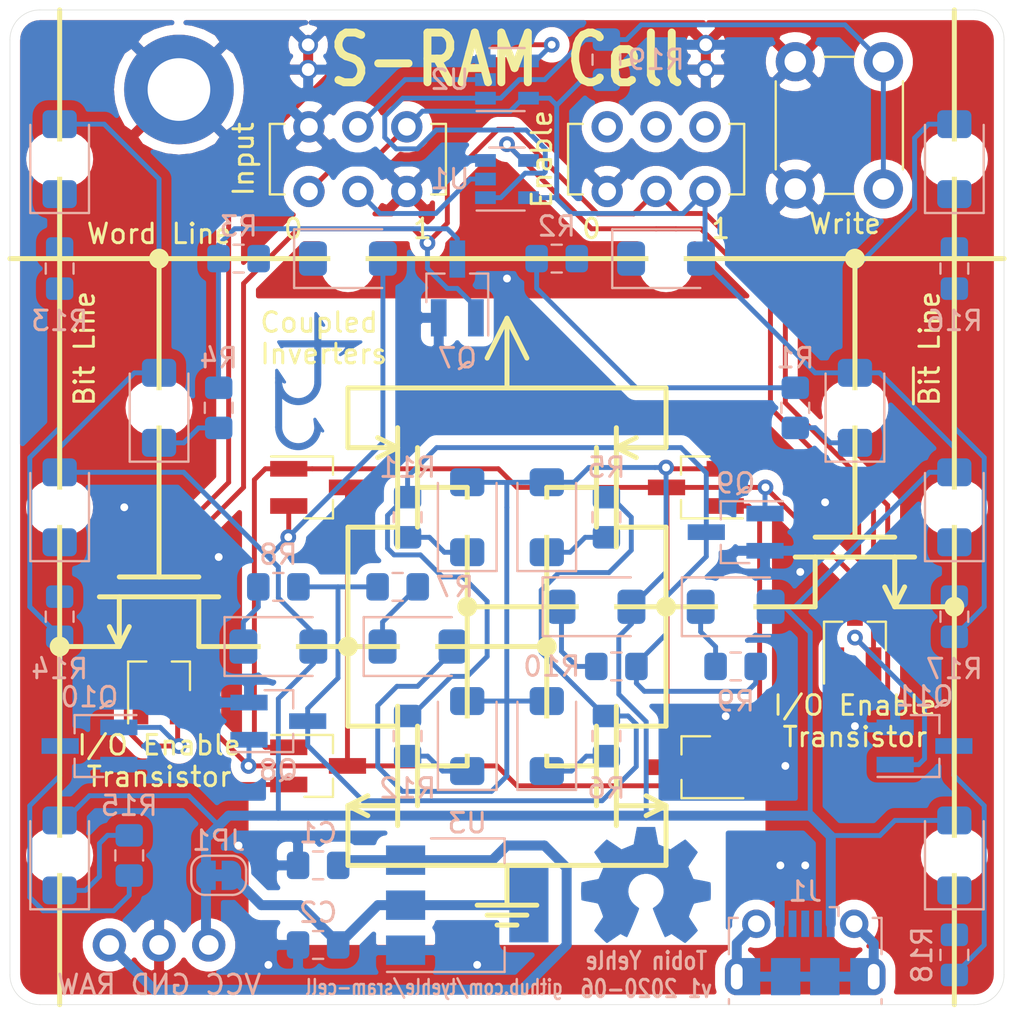
<source format=kicad_pcb>
(kicad_pcb (version 20171130) (host pcbnew 5.1.5+dfsg1-2build2)
  (layers (0 F.Cu signal) (31 B.Cu signal) (34 B.Paste user hide) (35 F.Paste user hide) (36 B.SilkS user) (37 F.SilkS user) (38 B.Mask user) (39 F.Mask user) (44 Edge.Cuts user))
  (net 0 "")
  (net 1 GND)
  (net 2 "Net-(D1-Pad1)")
  (net 3 VCC)
  (net 4 "Net-(D2-Pad1)")
  (net 5 "Net-(D3-Pad1)")
  (net 6 "Net-(D4-Pad1)")
  (net 7 "Net-(D5-Pad1)")
  (net 8 "Net-(D6-Pad1)")
  (net 9 "Net-(D7-Pad1)")
  (net 10 "Net-(D8-Pad1)")
  (net 11 "Net-(D9-Pad1)")
  (net 12 "Net-(D10-Pad1)")
  (net 13 "Net-(D11-Pad1)")
  (net 14 "Net-(D12-Pad1)")
  (net 15 "Net-(D13-Pad1)")
  (net 16 "Net-(D14-Pad1)")
  (net 17 "Net-(D15-Pad1)")
  (net 18 "Net-(D16-Pad1)")
  (net 19 "Net-(D17-Pad1)")
  (net 20 "Net-(D18-Pad1)")
  (net 21 "Net-(J1-Pad6)")
  (net 22 Internal_R)
  (net 23 Internal_L)
  (net 24 External_R)
  (net 25 Enable)
  (net 26 External_L)
  (net 27 "Net-(Q7-Pad3)")
  (net 28 "Net-(Q8-Pad3)")
  (net 29 "Net-(Q9-Pad3)")
  (net 30 "Net-(Q10-Pad3)")
  (net 31 "Net-(Q11-Pad3)")
  (net 32 "Net-(R19-Pad2)")
  (net 33 "Net-(SW2-Pad5)")
  (net 34 "Net-(SW2-Pad2)")
  (net 35 /Raw)
  (net 36 /Regulated)
  (module "#footprints:TY_Mark_6mm_Copper" (layer B.Cu) (at 141.732 95.504 180)
    (fp_text reference REF** hide)
    (fp_text value TY_Mark_6mm_Copper hide)
    (fp_poly (pts (xy -2.15 1.7) (xy -3.2 2.35) (xy -2.7 2.35) (xy -2.35 1.85)) (layer B.Cu) (width 0.16))
    (fp_poly (pts (xy 0.85 2.1) (xy 1 2.35) (xy 0.55 2.35) (xy 0.55 2.25)) (layer B.Cu) (width 0.16))
    (fp_poly (pts (xy -1.25 -2.2) (xy -0.85 -1.6) (xy -0.9 -2) (xy -1 -2)) (layer B.Cu) (width 0.16))
    (fp_poly (pts (xy 0.7 0.3) (xy 1.1 0.9) (xy 1.1 0.5) (xy 1 0.5)) (layer B.Cu) (width 0.16))
    (fp_poly (pts (xy -1.3 3.2) (xy -0.9 3.8) (xy -0.9 3.4) (xy -1 3.4)) (layer B.Cu) (width 0.16))
    (fp_line (start -2.8 2.25) (end 0.7 2.25) (layer B.Cu) (width 0.36))
    (fp_line (start -1 3.4) (end -1 0.3) (layer B.Cu) (width 0.36))
    (fp_line (start 1 0.5) (end 1 -2) (layer B.Cu) (width 0.36))
    (fp_arc (start 0 -2) (end -1 -2) (angle 180) (layer B.Cu) (width 0.36))
    (fp_arc (start 0 0.3) (end -1 0.3) (angle 180) (layer B.Cu) (width 0.36))
  )
  (module Symbol:OSHW-Symbol_6.7x6mm_Copper (layer B.Cu) (at 159.512 120.904 180)
    (fp_text reference REF** hide)
    (fp_text value OSHW-Symbol_6.7x6mm_Copper hide)
    (fp_poly (pts (xy 0.555814 2.531069) (xy 0.639635 2.086445) (xy 0.94892 1.958947) (xy 1.258206 1.831449) (xy 1.629246 2.083754) (xy 1.733157 2.154004) (xy 1.827087 2.216728) (xy 1.906652 2.269062) (xy 1.96747 2.308143) (xy 2.005157 2.331107) (xy 2.015421 2.336058) (xy 2.03391 2.323324) (xy 2.07342 2.288118) (xy 2.129522 2.234938) (xy 2.197787 2.168282) (xy 2.273786 2.092646) (xy 2.353092 2.012528) (xy 2.431275 1.932426) (xy 2.503907 1.856836) (xy 2.566559 1.790255) (xy 2.614803 1.737182) (xy 2.64421 1.702113) (xy 2.651241 1.690377) (xy 2.641123 1.66874) (xy 2.612759 1.621338) (xy 2.569129 1.552807) (xy 2.513218 1.467785) (xy 2.448006 1.370907) (xy 2.410219 1.31565) (xy 2.341343 1.214752) (xy 2.28014 1.123701) (xy 2.229578 1.04703) (xy 2.192628 0.989272) (xy 2.172258 0.954957) (xy 2.169197 0.947746) (xy 2.176136 0.927252) (xy 2.195051 0.879487) (xy 2.223087 0.811168) (xy 2.257391 0.729011) (xy 2.295109 0.63973) (xy 2.333387 0.550042) (xy 2.36937 0.466662) (xy 2.400206 0.396306) (xy 2.423039 0.34569) (xy 2.435017 0.321529) (xy 2.435724 0.320578) (xy 2.454531 0.315964) (xy 2.504618 0.305672) (xy 2.580793 0.290713) (xy 2.677865 0.272099) (xy 2.790643 0.250841) (xy 2.856442 0.238582) (xy 2.97695 0.215638) (xy 3.085797 0.193805) (xy 3.177476 0.174278) (xy 3.246481 0.158252) (xy 3.287304 0.146921) (xy 3.295511 0.143326) (xy 3.303548 0.118994) (xy 3.310033 0.064041) (xy 3.31497 -0.015108) (xy 3.318364 -0.112026) (xy 3.320218 -0.220287) (xy 3.320538 -0.333465) (xy 3.319327 -0.445135) (xy 3.31659 -0.548868) (xy 3.312331 -0.638241) (xy 3.306555 -0.706826) (xy 3.299267 -0.748197) (xy 3.294895 -0.75681) (xy 3.268764 -0.767133) (xy 3.213393 -0.781892) (xy 3.136107 -0.799352) (xy 3.04423 -0.81778) (xy 3.012158 -0.823741) (xy 2.857524 -0.852066) (xy 2.735375 -0.874876) (xy 2.641673 -0.89308) (xy 2.572384 -0.907583) (xy 2.523471 -0.919292) (xy 2.490897 -0.929115) (xy 2.470628 -0.937956) (xy 2.458626 -0.946724) (xy 2.456947 -0.948457) (xy 2.440184 -0.976371) (xy 2.414614 -1.030695) (xy 2.382788 -1.104777) (xy 2.34726 -1.191965) (xy 2.310583 -1.285608) (xy 2.275311 -1.379052) (xy 2.243996 -1.465647) (xy 2.219193 -1.53874) (xy 2.203454 -1.591678) (xy 2.199332 -1.617811) (xy 2.199676 -1.618726) (xy 2.213641 -1.640086) (xy 2.245322 -1.687084) (xy 2.291391 -1.754827) (xy 2.348518 -1.838423) (xy 2.413373 -1.932982) (xy 2.431843 -1.959854) (xy 2.497699 -2.057275) (xy 2.55565 -2.146163) (xy 2.602538 -2.221412) (xy 2.635207 -2.27792) (xy 2.6505 -2.310581) (xy 2.651241 -2.314593) (xy 2.638392 -2.335684) (xy 2.602888 -2.377464) (xy 2.549293 -2.435445) (xy 2.482171 -2.505135) (xy 2.406087 -2.582045) (xy 2.325604 -2.661683) (xy 2.245287 -2.739561) (xy 2.169699 -2.811186) (xy 2.103405 -2.87207) (xy 2.050969 -2.917721) (xy 2.016955 -2.94365) (xy 2.007545 -2.947883) (xy 1.985643 -2.937912) (xy 1.9408 -2.91102) (xy 1.880321 -2.871736) (xy 1.833789 -2.840117) (xy 1.749475 -2.782098) (xy 1.649626 -2.713784) (xy 1.549473 -2.645579) (xy 1.495627 -2.609075) (xy 1.313371 -2.4858) (xy 1.160381 -2.56852) (xy 1.090682 -2.604759) (xy 1.031414 -2.632926) (xy 0.991311 -2.648991) (xy 0.981103 -2.651226) (xy 0.968829 -2.634722) (xy 0.944613 -2.588082) (xy 0.910263 -2.515609) (xy 0.867588 -2.421606) (xy 0.818394 -2.310374) (xy 0.76449 -2.186215) (xy 0.707684 -2.053432) (xy 0.649782 -1.916327) (xy 0.592593 -1.779202) (xy 0.537924 -1.646358) (xy 0.487584 -1.522098) (xy 0.44338 -1.410725) (xy 0.407119 -1.316539) (xy 0.380609 -1.243844) (xy 0.365658 -1.196941) (xy 0.363254 -1.180833) (xy 0.382311 -1.160286) (xy 0.424036 -1.126933) (xy 0.479706 -1.087702) (xy 0.484378 -1.084599) (xy 0.628264 -0.969423) (xy 0.744283 -0.835053) (xy 0.83143 -0.685784) (xy 0.888699 -0.525913) (xy 0.915086 -0.359737) (xy 0.909585 -0.191552) (xy 0.87119 -0.025655) (xy 0.798895 0.133658) (xy 0.777626 0.168513) (xy 0.666996 0.309263) (xy 0.536302 0.422286) (xy 0.390064 0.506997) (xy 0.232808 0.562806) (xy 0.069057 0.589126) (xy -0.096667 0.58537) (xy -0.259838 0.55095) (xy -0.415935 0.485277) (xy -0.560433 0.387765) (xy -0.605131 0.348187) (xy -0.718888 0.224297) (xy -0.801782 0.093876) (xy -0.858644 -0.052315) (xy -0.890313 -0.197088) (xy -0.898131 -0.35986) (xy -0.872062 -0.52344) (xy -0.814755 -0.682298) (xy -0.728856 -0.830906) (xy -0.617014 -0.963735) (xy -0.481877 -1.075256) (xy -0.464117 -1.087011) (xy -0.40785 -1.125508) (xy -0.365077 -1.158863) (xy -0.344628 -1.18016) (xy -0.344331 -1.180833) (xy -0.348721 -1.203871) (xy -0.366124 -1.256157) (xy -0.394732 -1.33339) (xy -0.432735 -1.431268) (xy -0.478326 -1.545491) (xy -0.529697 -1.671758) (xy -0.585038 -1.805767) (xy -0.642542 -1.943218) (xy -0.700399 -2.079808) (xy -0.756802 -2.211237) (xy -0.809942 -2.333205) (xy -0.85801 -2.441409) (xy -0.899199 -2.531549) (xy -0.931699 -2.599323) (xy -0.953703 -2.64043) (xy -0.962564 -2.651226) (xy -0.98964 -2.642819) (xy -1.040303 -2.620272) (xy -1.105817 -2.587613) (xy -1.141841 -2.56852) (xy -1.294832 -2.4858) (xy -1.477088 -2.609075) (xy -1.570125 -2.672228) (xy -1.671985 -2.741727) (xy -1.767438 -2.807165) (xy -1.81525 -2.840117) (xy -1.882495 -2.885273) (xy -1.939436 -2.921057) (xy -1.978646 -2.942938) (xy -1.991381 -2.947563) (xy -2.009917 -2.935085) (xy -2.050941 -2.900252) (xy -2.110475 -2.846678) (xy -2.184542 -2.777983) (xy -2.269165 -2.697781) (xy -2.322685 -2.646286) (xy -2.416319 -2.554286) (xy -2.497241 -2.471999) (xy -2.562177 -2.402945) (xy -2.607858 -2.350644) (xy -2.631011 -2.318616) (xy -2.633232 -2.312116) (xy -2.622924 -2.287394) (xy -2.594439 -2.237405) (xy -2.550937 -2.167212) (xy -2.495577 -2.081875) (xy -2.43152 -1.986456) (xy -2.413303 -1.959854) (xy -2.346927 -1.863167) (xy -2.287378 -1.776117) (xy -2.237984 -1.703595) (xy -2.202075 -1.650493) (xy -2.182981 -1.621703) (xy -2.181136 -1.618726) (xy -2.183895 -1.595782) (xy -2.198538 -1.545336) (xy -2.222513 -1.474041) (xy -2.253266 -1.388547) (xy -2.288244 -1.295507) (xy -2.324893 -1.201574) (xy -2.360661 -1.113399) (xy -2.392994 -1.037634) (xy -2.419338 -0.980931) (xy -2.437142 -0.949943) (xy -2.438407 -0.948457) (xy -2.449294 -0.939601) (xy -2.467682 -0.930843) (xy -2.497606 -0.921277) (xy -2.543103 -0.909996) (xy -2.608209 -0.896093) (xy -2.696961 -0.878663) (xy -2.813393 -0.856798) (xy -2.961542 -0.829591) (xy -2.993618 -0.823741) (xy -3.088686 -0.805374) (xy -3.171565 -0.787405) (xy -3.23493 -0.771569) (xy -3.271458 -0.7596) (xy -3.276356 -0.75681) (xy -3.284427 -0.732072) (xy -3.290987 -0.67679) (xy -3.296033 -0.597389) (xy -3.299559 -0.500296) (xy -3.301561 -0.391938) (xy -3.302036 -0.27874) (xy -3.300977 -0.167128) (xy -3.298382 -0.063529) (xy -3.294246 0.025632) (xy -3.288563 0.093928) (xy -3.281331 0.134934) (xy -3.276971 0.143326) (xy -3.252698 0.151792) (xy -3.197426 0.165565) (xy -3.116662 0.18345) (xy -3.015912 0.204252) (xy -2.900683 0.226777) (xy -2.837902 0.238582) (xy -2.718787 0.260849) (xy -2.612565 0.281021) (xy -2.524427 0.298085) (xy -2.459566 0.311031) (xy -2.423174 0.318845) (xy -2.417184 0.320578) (xy -2.407061 0.34011) (xy -2.385662 0.387157) (xy -2.355839 0.454997) (xy -2.320445 0.536909) (xy -2.282332 0.626172) (xy -2.244353 0.716065) (xy -2.20936 0.799865) (xy -2.180206 0.870853) (xy -2.159743 0.922306) (xy -2.150823 0.947503) (xy -2.150657 0.948604) (xy -2.160769 0.968481) (xy -2.189117 1.014223) (xy -2.232723 1.081283) (xy -2.288606 1.165116) (xy -2.353787 1.261174) (xy -2.391679 1.31635) (xy -2.460725 1.417519) (xy -2.52205 1.50937) (xy -2.572663 1.587256) (xy -2.609571 1.646531) (xy -2.629782 1.682549) (xy -2.632701 1.690623) (xy -2.620153 1.709416) (xy -2.585463 1.749543) (xy -2.533063 1.806507) (xy -2.467384 1.875815) (xy -2.392856 1.952969) (xy -2.313913 2.033475) (xy -2.234983 2.112837) (xy -2.1605 2.18656) (xy -2.094894 2.250148) (xy -2.042596 2.299106) (xy -2.008039 2.328939) (xy -1.996478 2.336058) (xy -1.977654 2.326047) (xy -1.932631 2.297922) (xy -1.865787 2.254546) (xy -1.781499 2.198782) (xy -1.684144 2.133494) (xy -1.610707 2.083754) (xy -1.239667 1.831449) (xy -0.621095 2.086445) (xy -0.537275 2.531069) (xy -0.453454 2.975693) (xy 0.471994 2.975693) (xy 0.555814 2.531069)) (layer B.Cu) (width 0.01))
  )
  (module "#footprints:Switch_DPDT_THT_CK" (layer F.Cu) (at 144.78 83.82 180)
    (fp_text reference SW2 hide)
    (fp_text value SW_Input)
    (pad 4 thru_hole circle (at -2.5 1.65 270) (size 1.6 1.6) (drill 0.9) (layers *.Cu *.Mask) (net 3 VCC))
    (pad 6 thru_hole circle (at 2.5 1.65 270) (size 1.6 1.6) (drill 0.9) (layers *.Cu *.Mask) (net 1 GND))
    (pad 5 thru_hole circle (at 0 1.65 270) (size 1.6 1.6) (drill 0.9) (layers *.Cu *.Mask) (net 33 "Net-(SW2-Pad5)"))
    (pad 3 thru_hole circle (at 2.5 -1.65 270) (size 1.6 1.6) (drill 0.9) (layers *.Cu *.Mask) (net 3 VCC))
    (pad 2 thru_hole circle (at 0 -1.65 270) (size 1.6 1.6) (drill 0.9) (layers *.Cu *.Mask) (net 34 "Net-(SW2-Pad2)"))
    (pad 1 thru_hole circle (at -2.5 -1.65 270) (size 1.6 1.6) (drill 0.9) (layers *.Cu *.Mask) (net 1 GND))
  )
  (module "#footprints:LED_1206_ReverseMountSquare1.5mm_HandSolder" (layer B.Cu) (at 175.26 119.38 90)
    (fp_text reference D18 hide)
    (fp_text value " ")
    (pad 1 smd roundrect (at -1.7875 0 90) (size 1.425 1.75) (layers B.Cu B.Paste B.Mask) (roundrect_rratio 0.2) (net 20 "Net-(D18-Pad1)"))
    (pad 2 smd roundrect (at 1.7875 0 90) (size 1.425 1.75) (layers B.Cu B.Paste B.Mask) (roundrect_rratio 0.2) (net 3 VCC))
    (pad "" np_thru_hole oval (at 0 0 90) (size 1.8 2.4) (drill oval 1.8 2.4) (layers *.Cu *.Mask))
  )
  (module "#footprints:LED_1206_ReverseMountSquare1.5mm_HandSolder" (layer B.Cu) (at 175.26 101.6 90)
    (fp_text reference D17 hide)
    (fp_text value " ")
    (pad 1 smd roundrect (at -1.7875 0 90) (size 1.425 1.75) (layers B.Cu B.Paste B.Mask) (roundrect_rratio 0.2) (net 19 "Net-(D17-Pad1)"))
    (pad 2 smd roundrect (at 1.7875 0 90) (size 1.425 1.75) (layers B.Cu B.Paste B.Mask) (roundrect_rratio 0.2) (net 3 VCC))
    (pad "" np_thru_hole oval (at 0 0 90) (size 1.8 2.4) (drill oval 1.8 2.4) (layers *.Cu *.Mask))
  )
  (module "#footprints:LED_1206_ReverseMountSquare1.5mm_HandSolder" (layer B.Cu) (at 175.26 83.82 90)
    (fp_text reference D16 hide)
    (fp_text value " ")
    (pad 1 smd roundrect (at -1.7875 0 90) (size 1.425 1.75) (layers B.Cu B.Paste B.Mask) (roundrect_rratio 0.2) (net 18 "Net-(D16-Pad1)"))
    (pad 2 smd roundrect (at 1.7875 0 90) (size 1.425 1.75) (layers B.Cu B.Paste B.Mask) (roundrect_rratio 0.2) (net 3 VCC))
    (pad "" np_thru_hole oval (at 0 0 90) (size 1.8 2.4) (drill oval 1.8 2.4) (layers *.Cu *.Mask))
  )
  (module "#footprints:LED_1206_ReverseMountSquare1.5mm_HandSolder" (layer B.Cu) (at 129.54 119.38 90)
    (fp_text reference D15 hide)
    (fp_text value " ")
    (pad 1 smd roundrect (at -1.7875 0 90) (size 1.425 1.75) (layers B.Cu B.Paste B.Mask) (roundrect_rratio 0.2) (net 17 "Net-(D15-Pad1)"))
    (pad 2 smd roundrect (at 1.7875 0 90) (size 1.425 1.75) (layers B.Cu B.Paste B.Mask) (roundrect_rratio 0.2) (net 3 VCC))
    (pad "" np_thru_hole oval (at 0 0 90) (size 1.8 2.4) (drill oval 1.8 2.4) (layers *.Cu *.Mask))
  )
  (module "#footprints:LED_1206_ReverseMountSquare1.5mm_HandSolder" (layer B.Cu) (at 129.54 101.6 90)
    (fp_text reference D14 hide)
    (fp_text value " ")
    (pad 1 smd roundrect (at -1.7875 0 90) (size 1.425 1.75) (layers B.Cu B.Paste B.Mask) (roundrect_rratio 0.2) (net 16 "Net-(D14-Pad1)"))
    (pad 2 smd roundrect (at 1.7875 0 90) (size 1.425 1.75) (layers B.Cu B.Paste B.Mask) (roundrect_rratio 0.2) (net 3 VCC))
    (pad "" np_thru_hole oval (at 0 0 90) (size 1.8 2.4) (drill oval 1.8 2.4) (layers *.Cu *.Mask))
  )
  (module "#footprints:LED_1206_ReverseMountSquare1.5mm_HandSolder" (layer B.Cu) (at 129.54 83.82 90)
    (fp_text reference D13 hide)
    (fp_text value " ")
    (pad 1 smd roundrect (at -1.7875 0 90) (size 1.425 1.75) (layers B.Cu B.Paste B.Mask) (roundrect_rratio 0.2) (net 15 "Net-(D13-Pad1)"))
    (pad 2 smd roundrect (at 1.7875 0 90) (size 1.425 1.75) (layers B.Cu B.Paste B.Mask) (roundrect_rratio 0.2) (net 3 VCC))
    (pad "" np_thru_hole oval (at 0 0 90) (size 1.8 2.4) (drill oval 1.8 2.4) (layers *.Cu *.Mask))
  )
  (module "#footprints:LED_1206_ReverseMountSquare1.5mm_HandSolder" (layer B.Cu) (at 150.368 113.284 90)
    (fp_text reference D12 hide)
    (fp_text value " ")
    (pad 1 smd roundrect (at -1.7875 0 90) (size 1.425 1.75) (layers B.Cu B.Paste B.Mask) (roundrect_rratio 0.2) (net 14 "Net-(D12-Pad1)"))
    (pad 2 smd roundrect (at 1.7875 0 90) (size 1.425 1.75) (layers B.Cu B.Paste B.Mask) (roundrect_rratio 0.2) (net 3 VCC))
    (pad "" np_thru_hole oval (at 0 0 90) (size 1.8 2.4) (drill oval 1.8 2.4) (layers *.Cu *.Mask))
  )
  (module "#footprints:LED_1206_ReverseMountSquare1.5mm_HandSolder" (layer B.Cu) (at 150.368 102.108 90)
    (fp_text reference D11 hide)
    (fp_text value " ")
    (pad 1 smd roundrect (at -1.7875 0 90) (size 1.425 1.75) (layers B.Cu B.Paste B.Mask) (roundrect_rratio 0.2) (net 13 "Net-(D11-Pad1)"))
    (pad 2 smd roundrect (at 1.7875 0 90) (size 1.425 1.75) (layers B.Cu B.Paste B.Mask) (roundrect_rratio 0.2) (net 3 VCC))
    (pad "" np_thru_hole oval (at 0 0 90) (size 1.8 2.4) (drill oval 1.8 2.4) (layers *.Cu *.Mask))
  )
  (module "#footprints:LED_1206_ReverseMountSquare1.5mm_HandSolder" (layer B.Cu) (at 156.972 106.68)
    (fp_text reference D10 hide)
    (fp_text value " ")
    (pad 1 smd roundrect (at -1.7875 0) (size 1.425 1.75) (layers B.Cu B.Paste B.Mask) (roundrect_rratio 0.2) (net 12 "Net-(D10-Pad1)"))
    (pad 2 smd roundrect (at 1.7875 0) (size 1.425 1.75) (layers B.Cu B.Paste B.Mask) (roundrect_rratio 0.2) (net 3 VCC))
    (pad "" np_thru_hole oval (at 0 0) (size 1.8 2.4) (drill oval 1.8 2.4) (layers *.Cu *.Mask))
  )
  (module "#footprints:LED_1206_ReverseMountSquare1.5mm_HandSolder" (layer B.Cu) (at 164.084 106.68)
    (fp_text reference D9 hide)
    (fp_text value " ")
    (pad 1 smd roundrect (at -1.7875 0) (size 1.425 1.75) (layers B.Cu B.Paste B.Mask) (roundrect_rratio 0.2) (net 11 "Net-(D9-Pad1)"))
    (pad 2 smd roundrect (at 1.7875 0) (size 1.425 1.75) (layers B.Cu B.Paste B.Mask) (roundrect_rratio 0.2) (net 3 VCC))
    (pad "" np_thru_hole oval (at 0 0) (size 1.8 2.4) (drill oval 1.8 2.4) (layers *.Cu *.Mask))
  )
  (module "#footprints:LED_1206_ReverseMountSquare1.5mm_HandSolder" (layer B.Cu) (at 140.716 108.712)
    (fp_text reference D8 hide)
    (fp_text value " ")
    (pad 1 smd roundrect (at -1.7875 0) (size 1.425 1.75) (layers B.Cu B.Paste B.Mask) (roundrect_rratio 0.2) (net 10 "Net-(D8-Pad1)"))
    (pad 2 smd roundrect (at 1.7875 0) (size 1.425 1.75) (layers B.Cu B.Paste B.Mask) (roundrect_rratio 0.2) (net 3 VCC))
    (pad "" np_thru_hole oval (at 0 0) (size 1.8 2.4) (drill oval 1.8 2.4) (layers *.Cu *.Mask))
  )
  (module "#footprints:LED_1206_ReverseMountSquare1.5mm_HandSolder" (layer B.Cu) (at 147.828 108.712)
    (fp_text reference D7 hide)
    (fp_text value " ")
    (pad 1 smd roundrect (at -1.7875 0) (size 1.425 1.75) (layers B.Cu B.Paste B.Mask) (roundrect_rratio 0.2) (net 9 "Net-(D7-Pad1)"))
    (pad 2 smd roundrect (at 1.7875 0) (size 1.425 1.75) (layers B.Cu B.Paste B.Mask) (roundrect_rratio 0.2) (net 3 VCC))
    (pad "" np_thru_hole oval (at 0 0) (size 1.8 2.4) (drill oval 1.8 2.4) (layers *.Cu *.Mask))
  )
  (module "#footprints:LED_1206_ReverseMountSquare1.5mm_HandSolder" (layer B.Cu) (at 154.432 113.284 90)
    (fp_text reference D6 hide)
    (fp_text value " ")
    (pad 1 smd roundrect (at -1.7875 0 90) (size 1.425 1.75) (layers B.Cu B.Paste B.Mask) (roundrect_rratio 0.2) (net 8 "Net-(D6-Pad1)"))
    (pad 2 smd roundrect (at 1.7875 0 90) (size 1.425 1.75) (layers B.Cu B.Paste B.Mask) (roundrect_rratio 0.2) (net 3 VCC))
    (pad "" np_thru_hole oval (at 0 0 90) (size 1.8 2.4) (drill oval 1.8 2.4) (layers *.Cu *.Mask))
  )
  (module "#footprints:LED_1206_ReverseMountSquare1.5mm_HandSolder" (layer B.Cu) (at 154.432 102.108 90)
    (fp_text reference D5 hide)
    (fp_text value " ")
    (pad 1 smd roundrect (at -1.7875 0 90) (size 1.425 1.75) (layers B.Cu B.Paste B.Mask) (roundrect_rratio 0.2) (net 7 "Net-(D5-Pad1)"))
    (pad 2 smd roundrect (at 1.7875 0 90) (size 1.425 1.75) (layers B.Cu B.Paste B.Mask) (roundrect_rratio 0.2) (net 3 VCC))
    (pad "" np_thru_hole oval (at 0 0 90) (size 1.8 2.4) (drill oval 1.8 2.4) (layers *.Cu *.Mask))
  )
  (module "#footprints:LED_1206_ReverseMountSquare1.5mm_HandSolder" (layer B.Cu) (at 134.62 96.52 90)
    (fp_text reference D4 hide)
    (fp_text value " ")
    (pad 1 smd roundrect (at -1.7875 0 90) (size 1.425 1.75) (layers B.Cu B.Paste B.Mask) (roundrect_rratio 0.2) (net 6 "Net-(D4-Pad1)"))
    (pad 2 smd roundrect (at 1.7875 0 90) (size 1.425 1.75) (layers B.Cu B.Paste B.Mask) (roundrect_rratio 0.2) (net 3 VCC))
    (pad "" np_thru_hole oval (at 0 0 90) (size 1.8 2.4) (drill oval 1.8 2.4) (layers *.Cu *.Mask))
  )
  (module "#footprints:LED_1206_ReverseMountSquare1.5mm_HandSolder" (layer B.Cu) (at 144.272 88.9)
    (fp_text reference D3 hide)
    (fp_text value " ")
    (pad 1 smd roundrect (at -1.7875 0) (size 1.425 1.75) (layers B.Cu B.Paste B.Mask) (roundrect_rratio 0.2) (net 5 "Net-(D3-Pad1)"))
    (pad 2 smd roundrect (at 1.7875 0) (size 1.425 1.75) (layers B.Cu B.Paste B.Mask) (roundrect_rratio 0.2) (net 3 VCC))
    (pad "" np_thru_hole oval (at 0 0) (size 1.8 2.4) (drill oval 1.8 2.4) (layers *.Cu *.Mask))
  )
  (module "#footprints:LED_1206_ReverseMountSquare1.5mm_HandSolder" (layer B.Cu) (at 160.528 88.9)
    (fp_text reference D2 hide)
    (fp_text value " ")
    (pad 1 smd roundrect (at -1.7875 0) (size 1.425 1.75) (layers B.Cu B.Paste B.Mask) (roundrect_rratio 0.2) (net 4 "Net-(D2-Pad1)"))
    (pad 2 smd roundrect (at 1.7875 0) (size 1.425 1.75) (layers B.Cu B.Paste B.Mask) (roundrect_rratio 0.2) (net 3 VCC))
    (pad "" np_thru_hole oval (at 0 0) (size 1.8 2.4) (drill oval 1.8 2.4) (layers *.Cu *.Mask))
  )
  (module "#footprints:LED_1206_ReverseMountSquare1.5mm_HandSolder" (layer B.Cu) (at 170.18 96.52 90)
    (fp_text reference D1 hide)
    (fp_text value " ")
    (pad 1 smd roundrect (at -1.7875 0 90) (size 1.425 1.75) (layers B.Cu B.Paste B.Mask) (roundrect_rratio 0.2) (net 2 "Net-(D1-Pad1)"))
    (pad 2 smd roundrect (at 1.7875 0 90) (size 1.425 1.75) (layers B.Cu B.Paste B.Mask) (roundrect_rratio 0.2) (net 3 VCC))
    (pad "" np_thru_hole oval (at 0 0 90) (size 1.8 2.4) (drill oval 1.8 2.4) (layers *.Cu *.Mask))
  )
  (module Connector_USB:USB_Micro-B_Molex-105017-0001 (layer B.Cu) (at 167.64 124.333 180)
    (fp_text reference J1 (at 0 3.1125) (layer B.SilkS) (effects (justify mirror)))
    (fp_text value USB_B_Micro)
    (pad 6 smd rect (at -2.9 -1.2375 180) (size 1.2 1.9) (layers B.Cu B.Mask) (net 21 "Net-(J1-Pad6)"))
    (pad 6 smd rect (at 2.9 -1.2375 180) (size 1.2 1.9) (layers B.Cu B.Mask) (net 21 "Net-(J1-Pad6)"))
    (pad 6 thru_hole oval (at 3.5 -1.2375 180) (size 1.2 1.9) (drill oval 0.6 1.3) (layers *.Cu *.Mask) (net 21 "Net-(J1-Pad6)"))
    (pad 6 thru_hole oval (at -3.5 -1.2375) (size 1.2 1.9) (drill oval 0.6 1.3) (layers *.Cu *.Mask) (net 21 "Net-(J1-Pad6)"))
    (pad 6 smd rect (at -1 -1.2375 180) (size 1.5 1.9) (layers B.Cu B.Paste B.Mask) (net 21 "Net-(J1-Pad6)"))
    (pad 6 thru_hole circle (at 2.5 1.4625 180) (size 1.45 1.45) (drill 0.85) (layers *.Cu *.Mask) (net 21 "Net-(J1-Pad6)"))
    (pad 3 smd rect (at 0 1.4625 180) (size 0.4 1.35) (layers B.Cu B.Paste B.Mask))
    (pad 4 smd rect (at 0.65 1.4625 180) (size 0.4 1.35) (layers B.Cu B.Paste B.Mask))
    (pad 5 smd rect (at 1.3 1.4625 180) (size 0.4 1.35) (layers B.Cu B.Paste B.Mask) (net 1 GND))
    (pad 1 smd rect (at -1.3 1.4625 180) (size 0.4 1.35) (layers B.Cu B.Paste B.Mask) (net 3 VCC))
    (pad 2 smd rect (at -0.65 1.4625 180) (size 0.4 1.35) (layers B.Cu B.Paste B.Mask))
    (pad 6 thru_hole circle (at -2.5 1.4625 180) (size 1.45 1.45) (drill 0.85) (layers *.Cu *.Mask) (net 21 "Net-(J1-Pad6)"))
    (pad 6 smd rect (at 1 -1.2375 180) (size 1.5 1.9) (layers B.Cu B.Paste B.Mask) (net 21 "Net-(J1-Pad6)"))
  )
  (module "#footprints:PowerHeader_P2.54mm" (layer B.Cu) (at 137.16 123.952 90)
    (fp_text reference J2 hide)
    (fp_text value PowerHeader)
    (pad 1 thru_hole circle (at 0 0 90) (size 1.7 1.7) (drill 1) (layers *.Cu *.Mask) (net 3 VCC))
    (pad 2 thru_hole oval (at 0 -2.54 90) (size 1.7 1.7) (drill 1) (layers *.Cu *.Mask) (net 1 GND))
    (pad 3 thru_hole oval (at 0 -5.08 90) (size 1.7 1.7) (drill 1) (layers *.Cu *.Mask) (net 35 /Raw))
  )
  (module "#footprints:SnakeBite_P1.27mm" (layer F.Cu) (at 162.56 77.978)
    (fp_text reference REF** hide)
    (fp_text value "Mounting Holes" hide)
    (pad 1 thru_hole circle (at 0 0) (size 1 1) (drill 0.65) (layers *.Cu *.Mask) (net 1 GND))
    (pad 2 thru_hole oval (at 0 1.27) (size 1 1) (drill 0.65) (layers *.Cu *.Mask) (net 1 GND))
  )
  (module "#footprints:SnakeBite_P1.27mm" (layer F.Cu) (at 142.24 77.978)
    (fp_text reference REF** hide)
    (fp_text value "Mounting Holes")
    (pad 1 thru_hole circle (at 0 0) (size 1 1) (drill 0.65) (layers *.Cu *.Mask) (net 1 GND))
    (pad 2 thru_hole oval (at 0 1.27) (size 1 1) (drill 0.65) (layers *.Cu *.Mask) (net 1 GND))
  )
  (module Resistor_SMD:R_0805_2012Metric_Pad1.15x1.40mm_HandSolder (layer B.Cu) (at 157.48 78.74 90)
    (fp_text reference R19 (at 0 2.54 180) (layer B.SilkS) (effects (justify mirror)))
    (fp_text value 10K)
    (pad 2 smd roundrect (at 1.025 0 90) (size 1.15 1.4) (layers B.Cu B.Paste B.Mask) (roundrect_rratio 0.217391) (net 32 "Net-(R19-Pad2)"))
    (pad 1 smd roundrect (at -1.025 0 90) (size 1.15 1.4) (layers B.Cu B.Paste B.Mask) (roundrect_rratio 0.217391) (net 3 VCC))
  )
  (module Resistor_SMD:R_0805_2012Metric_Pad1.15x1.40mm_HandSolder (layer B.Cu) (at 133.096 119.38 270)
    (fp_text reference R15 (at -2.54 0 180) (layer B.SilkS) (effects (justify mirror)))
    (fp_text value " ")
    (pad 1 smd roundrect (at -1.025 0 270) (size 1.15 1.4) (layers B.Cu B.Paste B.Mask) (roundrect_rratio 0.217391) (net 17 "Net-(D15-Pad1)"))
    (pad 2 smd roundrect (at 1.025 0 270) (size 1.15 1.4) (layers B.Cu B.Paste B.Mask) (roundrect_rratio 0.217391) (net 30 "Net-(Q10-Pad3)"))
  )
  (module Package_TO_SOT_SMD:SOT-223-3_TabPin2 (layer B.Cu) (at 150.368 121.92)
    (fp_text reference U3 (at 0 -4.191) (layer B.SilkS) (effects (justify mirror)))
    (fp_text value LD1117S50TR)
    (pad 1 smd rect (at -3.15 2.3) (size 2 1.5) (layers B.Cu B.Paste B.Mask) (net 1 GND))
    (pad 3 smd rect (at -3.15 -2.3) (size 2 1.5) (layers B.Cu B.Paste B.Mask) (net 35 /Raw))
    (pad 2 smd rect (at -3.15 0) (size 2 1.5) (layers B.Cu B.Paste B.Mask) (net 36 /Regulated))
    (pad 2 smd rect (at 3.15 0) (size 2 3.8) (layers B.Cu B.Paste B.Mask) (net 36 /Regulated))
  )
  (module Jumper:SolderJumper-2_P1.3mm_Bridged_RoundedPad1.0x1.5mm (layer B.Cu) (at 137.668 120.396)
    (fp_text reference JP1 (at 0 -1.778) (layer B.SilkS) (effects (justify mirror)))
    (fp_text value Regulator_Enable hide)
    (fp_poly (pts (xy 0.25 0.3) (xy -0.25 0.3) (xy -0.25 -0.3) (xy 0.25 -0.3)) (layer B.Cu) (width 0))
    (pad 2 smd custom (at 0.65 0) (size 1 0.5) (layers B.Cu B.Mask) (net 36 /Regulated) (options (clearance outline) (anchor rect)) (primitives (gr_circle (center 0 -0.25) (end 0.5 -0.25) (width 0)) (gr_circle (center 0 0.25) (end 0.5 0.25) (width 0)) (gr_poly (pts (xy 0 0.75) (xy -0.5 0.75) (xy -0.5 -0.75) (xy 0 -0.75)) (width 0))))
    (pad 1 smd custom (at -0.65 0) (size 1 0.5) (layers B.Cu B.Mask) (net 3 VCC) (options (clearance outline) (anchor rect)) (primitives (gr_circle (center 0 -0.25) (end 0.5 -0.25) (width 0)) (gr_circle (center 0 0.25) (end 0.5 0.25) (width 0)) (gr_poly (pts (xy 0 0.75) (xy 0.5 0.75) (xy 0.5 -0.75) (xy 0 -0.75)) (width 0))))
  )
  (module Capacitor_SMD:C_0805_2012Metric_Pad1.15x1.40mm_HandSolder (layer B.Cu) (at 142.748 123.952 180)
    (fp_text reference C2 (at 0 1.651) (layer B.SilkS) (effects (justify mirror)))
    (fp_text value C)
    (pad 2 smd roundrect (at 1.025 0 180) (size 1.15 1.4) (layers B.Cu B.Paste B.Mask) (roundrect_rratio 0.217391) (net 1 GND))
    (pad 1 smd roundrect (at -1.025 0 180) (size 1.15 1.4) (layers B.Cu B.Paste B.Mask) (roundrect_rratio 0.217391) (net 36 /Regulated))
  )
  (module Capacitor_SMD:C_0805_2012Metric_Pad1.15x1.40mm_HandSolder (layer B.Cu) (at 142.748 119.888 180)
    (fp_text reference C1 (at 0 1.651) (layer B.SilkS) (effects (justify mirror)))
    (fp_text value C)
    (pad 2 smd roundrect (at 1.025 0 180) (size 1.15 1.4) (layers B.Cu B.Paste B.Mask) (roundrect_rratio 0.217391) (net 1 GND))
    (pad 1 smd roundrect (at -1.025 0 180) (size 1.15 1.4) (layers B.Cu B.Paste B.Mask) (roundrect_rratio 0.217391) (net 35 /Raw))
  )
  (module MountingHole:MountingHole_3.2mm_M3_DIN965_Pad (layer F.Cu) (at 135.636 80.264)
    (fp_text reference REF** hide)
    (fp_text value "4-40 Mount")
    (pad 1 thru_hole circle (at 0 0) (size 5.599999 5.599999) (drill 3.200001) (layers *.Cu *.Mask) (net 1 GND))
  )
  (module "#footprints:Switch_DPDT_THT_CK" (layer F.Cu) (at 160.02 83.82 180)
    (fp_text reference SW3 hide)
    (fp_text value SW_Enable)
    (pad 4 thru_hole circle (at -2.5 1.65 270) (size 1.6 1.6) (drill 0.9) (layers *.Cu *.Mask))
    (pad 6 thru_hole circle (at 2.5 1.65 270) (size 1.6 1.6) (drill 0.9) (layers *.Cu *.Mask))
    (pad 5 thru_hole circle (at 0 1.65 270) (size 1.6 1.6) (drill 0.9) (layers *.Cu *.Mask))
    (pad 3 thru_hole circle (at 2.5 -1.65 270) (size 1.6 1.6) (drill 0.9) (layers *.Cu *.Mask) (net 1 GND))
    (pad 2 thru_hole circle (at 0 -1.65 270) (size 1.6 1.6) (drill 0.9) (layers *.Cu *.Mask) (net 25 Enable))
    (pad 1 thru_hole circle (at -2.5 -1.65 270) (size 1.6 1.6) (drill 0.9) (layers *.Cu *.Mask) (net 3 VCC))
  )
  (module Package_TO_SOT_SMD:SOT-23-5 (layer B.Cu) (at 152.4 79.756)
    (fp_text reference U2 (at -2.921 0) (layer B.SilkS) (effects (justify mirror)))
    (fp_text value MC74VHC1G125)
    (pad 5 smd rect (at 1.1 0.95) (size 1.06 0.65) (layers B.Cu B.Paste B.Mask) (net 3 VCC))
    (pad 4 smd rect (at 1.1 -0.95) (size 1.06 0.65) (layers B.Cu B.Paste B.Mask) (net 26 External_L))
    (pad 3 smd rect (at -1.1 -0.95) (size 1.06 0.65) (layers B.Cu B.Paste B.Mask) (net 1 GND))
    (pad 2 smd rect (at -1.1 0) (size 1.06 0.65) (layers B.Cu B.Paste B.Mask) (net 33 "Net-(SW2-Pad5)"))
    (pad 1 smd rect (at -1.1 0.95) (size 1.06 0.65) (layers B.Cu B.Paste B.Mask) (net 32 "Net-(R19-Pad2)"))
  )
  (module Package_TO_SOT_SMD:SOT-23-5 (layer B.Cu) (at 152.4 84.836)
    (fp_text reference U1 (at -2.921 0) (layer B.SilkS) (effects (justify mirror)))
    (fp_text value MC74VHC1G125)
    (pad 5 smd rect (at 1.1 0.95) (size 1.06 0.65) (layers B.Cu B.Paste B.Mask) (net 3 VCC))
    (pad 4 smd rect (at 1.1 -0.95) (size 1.06 0.65) (layers B.Cu B.Paste B.Mask) (net 24 External_R))
    (pad 3 smd rect (at -1.1 -0.95) (size 1.06 0.65) (layers B.Cu B.Paste B.Mask) (net 1 GND))
    (pad 2 smd rect (at -1.1 0) (size 1.06 0.65) (layers B.Cu B.Paste B.Mask) (net 34 "Net-(SW2-Pad2)"))
    (pad 1 smd rect (at -1.1 0.95) (size 1.06 0.65) (layers B.Cu B.Paste B.Mask) (net 32 "Net-(R19-Pad2)"))
  )
  (module Button_Switch_THT:SW_PUSH_6mm (layer F.Cu) (at 167.132 85.344 90)
    (fp_text reference SW1 hide)
    (fp_text value SW_Write)
    (pad 1 thru_hole circle (at 6.5 0 180) (size 2 2) (drill 1.1) (layers *.Cu *.Mask) (net 1 GND))
    (pad 2 thru_hole circle (at 6.5 4.5 180) (size 2 2) (drill 1.1) (layers *.Cu *.Mask) (net 32 "Net-(R19-Pad2)"))
    (pad 1 thru_hole circle (at 0 0 180) (size 2 2) (drill 1.1) (layers *.Cu *.Mask) (net 1 GND))
    (pad 2 thru_hole circle (at 0 4.5 180) (size 2 2) (drill 1.1) (layers *.Cu *.Mask) (net 32 "Net-(R19-Pad2)"))
  )
  (module Resistor_SMD:R_0805_2012Metric_Pad1.15x1.40mm_HandSolder (layer B.Cu) (at 175.26 124.46 270)
    (fp_text reference R18 (at 0 1.65 90) (layer B.SilkS) (effects (justify mirror)))
    (fp_text value " ")
    (pad 2 smd roundrect (at 1.025 0 270) (size 1.15 1.4) (layers B.Cu B.Paste B.Mask) (roundrect_rratio 0.217391) (net 31 "Net-(Q11-Pad3)"))
    (pad 1 smd roundrect (at -1.025 0 270) (size 1.15 1.4) (layers B.Cu B.Paste B.Mask) (roundrect_rratio 0.217391) (net 20 "Net-(D18-Pad1)"))
  )
  (module Resistor_SMD:R_0805_2012Metric_Pad1.15x1.40mm_HandSolder (layer B.Cu) (at 175.26 107.188 270)
    (fp_text reference R17 (at 2.667 0 180) (layer B.SilkS) (effects (justify mirror)))
    (fp_text value " ")
    (pad 2 smd roundrect (at 1.025 0 270) (size 1.15 1.4) (layers B.Cu B.Paste B.Mask) (roundrect_rratio 0.217391) (net 31 "Net-(Q11-Pad3)"))
    (pad 1 smd roundrect (at -1.025 0 270) (size 1.15 1.4) (layers B.Cu B.Paste B.Mask) (roundrect_rratio 0.217391) (net 19 "Net-(D17-Pad1)"))
  )
  (module Resistor_SMD:R_0805_2012Metric_Pad1.15x1.40mm_HandSolder (layer B.Cu) (at 175.26 89.408 270)
    (fp_text reference R16 (at 2.667 0 180) (layer B.SilkS) (effects (justify mirror)))
    (fp_text value " ")
    (pad 2 smd roundrect (at 1.025 0 270) (size 1.15 1.4) (layers B.Cu B.Paste B.Mask) (roundrect_rratio 0.217391) (net 31 "Net-(Q11-Pad3)"))
    (pad 1 smd roundrect (at -1.025 0 270) (size 1.15 1.4) (layers B.Cu B.Paste B.Mask) (roundrect_rratio 0.217391) (net 18 "Net-(D16-Pad1)"))
  )
  (module Resistor_SMD:R_0805_2012Metric_Pad1.15x1.40mm_HandSolder (layer B.Cu) (at 129.54 107.188 270)
    (fp_text reference R14 (at 2.667 0 180) (layer B.SilkS) (effects (justify mirror)))
    (fp_text value " ")
    (pad 2 smd roundrect (at 1.025 0 270) (size 1.15 1.4) (layers B.Cu B.Paste B.Mask) (roundrect_rratio 0.217391) (net 30 "Net-(Q10-Pad3)"))
    (pad 1 smd roundrect (at -1.025 0 270) (size 1.15 1.4) (layers B.Cu B.Paste B.Mask) (roundrect_rratio 0.217391) (net 16 "Net-(D14-Pad1)"))
  )
  (module Resistor_SMD:R_0805_2012Metric_Pad1.15x1.40mm_HandSolder (layer B.Cu) (at 129.54 89.408 270)
    (fp_text reference R13 (at 2.667 0 180) (layer B.SilkS) (effects (justify mirror)))
    (fp_text value " ")
    (pad 2 smd roundrect (at 1.025 0 270) (size 1.15 1.4) (layers B.Cu B.Paste B.Mask) (roundrect_rratio 0.217391) (net 30 "Net-(Q10-Pad3)"))
    (pad 1 smd roundrect (at -1.025 0 270) (size 1.15 1.4) (layers B.Cu B.Paste B.Mask) (roundrect_rratio 0.217391) (net 15 "Net-(D13-Pad1)"))
  )
  (module Resistor_SMD:R_0805_2012Metric_Pad1.15x1.40mm_HandSolder (layer B.Cu) (at 147.32 113.284 90)
    (fp_text reference R12 (at -2.667 0 180) (layer B.SilkS) (effects (justify mirror)))
    (fp_text value " ")
    (pad 2 smd roundrect (at 1.025 0 90) (size 1.15 1.4) (layers B.Cu B.Paste B.Mask) (roundrect_rratio 0.217391) (net 29 "Net-(Q9-Pad3)"))
    (pad 1 smd roundrect (at -1.025 0 90) (size 1.15 1.4) (layers B.Cu B.Paste B.Mask) (roundrect_rratio 0.217391) (net 14 "Net-(D12-Pad1)"))
  )
  (module Resistor_SMD:R_0805_2012Metric_Pad1.15x1.40mm_HandSolder (layer B.Cu) (at 147.32 102.108 90)
    (fp_text reference R11 (at 2.54 0 180) (layer B.SilkS) (effects (justify mirror)))
    (fp_text value " ")
    (pad 2 smd roundrect (at 1.025 0 90) (size 1.15 1.4) (layers B.Cu B.Paste B.Mask) (roundrect_rratio 0.217391) (net 29 "Net-(Q9-Pad3)"))
    (pad 1 smd roundrect (at -1.025 0 90) (size 1.15 1.4) (layers B.Cu B.Paste B.Mask) (roundrect_rratio 0.217391) (net 13 "Net-(D11-Pad1)"))
  )
  (module Resistor_SMD:R_0805_2012Metric_Pad1.15x1.40mm_HandSolder (layer B.Cu) (at 157.988 109.728)
    (fp_text reference R10 (at -3.302 0) (layer B.SilkS) (effects (justify mirror)))
    (fp_text value " ")
    (pad 2 smd roundrect (at 1.025 0) (size 1.15 1.4) (layers B.Cu B.Paste B.Mask) (roundrect_rratio 0.217391) (net 29 "Net-(Q9-Pad3)"))
    (pad 1 smd roundrect (at -1.025 0) (size 1.15 1.4) (layers B.Cu B.Paste B.Mask) (roundrect_rratio 0.217391) (net 12 "Net-(D10-Pad1)"))
  )
  (module Resistor_SMD:R_0805_2012Metric_Pad1.15x1.40mm_HandSolder (layer B.Cu) (at 164.084 109.728)
    (fp_text reference R9 (at 0 1.778) (layer B.SilkS) (effects (justify mirror)))
    (fp_text value " ")
    (pad 2 smd roundrect (at 1.025 0) (size 1.15 1.4) (layers B.Cu B.Paste B.Mask) (roundrect_rratio 0.217391) (net 29 "Net-(Q9-Pad3)"))
    (pad 1 smd roundrect (at -1.025 0) (size 1.15 1.4) (layers B.Cu B.Paste B.Mask) (roundrect_rratio 0.217391) (net 11 "Net-(D9-Pad1)"))
  )
  (module Resistor_SMD:R_0805_2012Metric_Pad1.15x1.40mm_HandSolder (layer B.Cu) (at 140.716 105.664)
    (fp_text reference R8 (at 0 -1.651) (layer B.SilkS) (effects (justify mirror)))
    (fp_text value " ")
    (pad 2 smd roundrect (at 1.025 0) (size 1.15 1.4) (layers B.Cu B.Paste B.Mask) (roundrect_rratio 0.217391) (net 28 "Net-(Q8-Pad3)"))
    (pad 1 smd roundrect (at -1.025 0) (size 1.15 1.4) (layers B.Cu B.Paste B.Mask) (roundrect_rratio 0.217391) (net 10 "Net-(D8-Pad1)"))
  )
  (module Resistor_SMD:R_0805_2012Metric_Pad1.15x1.40mm_HandSolder (layer B.Cu) (at 146.812 105.664 180)
    (fp_text reference R7 (at -2.921 0 180) (layer B.SilkS) (effects (justify mirror)))
    (fp_text value " ")
    (pad 2 smd roundrect (at 1.025 0 180) (size 1.15 1.4) (layers B.Cu B.Paste B.Mask) (roundrect_rratio 0.217391) (net 28 "Net-(Q8-Pad3)"))
    (pad 1 smd roundrect (at -1.025 0 180) (size 1.15 1.4) (layers B.Cu B.Paste B.Mask) (roundrect_rratio 0.217391) (net 9 "Net-(D7-Pad1)"))
  )
  (module Resistor_SMD:R_0805_2012Metric_Pad1.15x1.40mm_HandSolder (layer B.Cu) (at 157.48 113.284 90)
    (fp_text reference R6 (at -2.667 0 180) (layer B.SilkS) (effects (justify mirror)))
    (fp_text value " ")
    (pad 2 smd roundrect (at 1.025 0 90) (size 1.15 1.4) (layers B.Cu B.Paste B.Mask) (roundrect_rratio 0.217391) (net 28 "Net-(Q8-Pad3)"))
    (pad 1 smd roundrect (at -1.025 0 90) (size 1.15 1.4) (layers B.Cu B.Paste B.Mask) (roundrect_rratio 0.217391) (net 8 "Net-(D6-Pad1)"))
  )
  (module Resistor_SMD:R_0805_2012Metric_Pad1.15x1.40mm_HandSolder (layer B.Cu) (at 157.48 102.108 90)
    (fp_text reference R5 (at 2.54 0) (layer B.SilkS) (effects (justify mirror)))
    (fp_text value " ")
    (pad 2 smd roundrect (at 1.025 0 90) (size 1.15 1.4) (layers B.Cu B.Paste B.Mask) (roundrect_rratio 0.217391) (net 28 "Net-(Q8-Pad3)"))
    (pad 1 smd roundrect (at -1.025 0 90) (size 1.15 1.4) (layers B.Cu B.Paste B.Mask) (roundrect_rratio 0.217391) (net 7 "Net-(D5-Pad1)"))
  )
  (module Resistor_SMD:R_0805_2012Metric_Pad1.15x1.40mm_HandSolder (layer B.Cu) (at 137.668 96.52 90)
    (fp_text reference R4 (at 2.54 0 180) (layer B.SilkS) (effects (justify mirror)))
    (fp_text value " ")
    (pad 2 smd roundrect (at 1.025 0 90) (size 1.15 1.4) (layers B.Cu B.Paste B.Mask) (roundrect_rratio 0.217391) (net 27 "Net-(Q7-Pad3)"))
    (pad 1 smd roundrect (at -1.025 0 90) (size 1.15 1.4) (layers B.Cu B.Paste B.Mask) (roundrect_rratio 0.217391) (net 6 "Net-(D4-Pad1)"))
  )
  (module Resistor_SMD:R_0805_2012Metric_Pad1.15x1.40mm_HandSolder (layer B.Cu) (at 138.684 88.9 180)
    (fp_text reference R3 (at 0 1.65) (layer B.SilkS) (effects (justify mirror)))
    (fp_text value " ")
    (pad 2 smd roundrect (at 1.025 0 180) (size 1.15 1.4) (layers B.Cu B.Paste B.Mask) (roundrect_rratio 0.217391) (net 27 "Net-(Q7-Pad3)"))
    (pad 1 smd roundrect (at -1.025 0 180) (size 1.15 1.4) (layers B.Cu B.Paste B.Mask) (roundrect_rratio 0.217391) (net 5 "Net-(D3-Pad1)"))
  )
  (module Resistor_SMD:R_0805_2012Metric_Pad1.15x1.40mm_HandSolder (layer B.Cu) (at 154.94 88.9 180)
    (fp_text reference R2 (at 0 1.65) (layer B.SilkS) (effects (justify mirror)))
    (fp_text value " ")
    (pad 2 smd roundrect (at 1.025 0 180) (size 1.15 1.4) (layers B.Cu B.Paste B.Mask) (roundrect_rratio 0.217391) (net 27 "Net-(Q7-Pad3)"))
    (pad 1 smd roundrect (at -1.025 0 180) (size 1.15 1.4) (layers B.Cu B.Paste B.Mask) (roundrect_rratio 0.217391) (net 4 "Net-(D2-Pad1)"))
  )
  (module Package_TO_SOT_SMD:SOT-23_Handsoldering (layer B.Cu) (at 173.736 113.792)
    (fp_text reference Q11 (at 0 -2.54) (layer B.SilkS) (effects (justify mirror)))
    (fp_text value NMOS_GSD)
    (pad 3 smd rect (at 1.5 0) (size 1.9 0.8) (layers B.Cu B.Paste B.Mask) (net 31 "Net-(Q11-Pad3)"))
    (pad 2 smd rect (at -1.5 -0.95) (size 1.9 0.8) (layers B.Cu B.Paste B.Mask) (net 1 GND))
    (pad 1 smd rect (at -1.5 0.95) (size 1.9 0.8) (layers B.Cu B.Paste B.Mask) (net 24 External_R))
  )
  (module Package_TO_SOT_SMD:SOT-23_Handsoldering (layer B.Cu) (at 131.064 113.792 180)
    (fp_text reference Q10 (at 0 2.5) (layer B.SilkS) (effects (justify mirror)))
    (fp_text value NMOS_GSD)
    (pad 3 smd rect (at 1.5 0 180) (size 1.9 0.8) (layers B.Cu B.Paste B.Mask) (net 30 "Net-(Q10-Pad3)"))
    (pad 2 smd rect (at -1.5 -0.95 180) (size 1.9 0.8) (layers B.Cu B.Paste B.Mask) (net 1 GND))
    (pad 1 smd rect (at -1.5 0.95 180) (size 1.9 0.8) (layers B.Cu B.Paste B.Mask) (net 26 External_L))
  )
  (module Package_TO_SOT_SMD:SOT-23_Handsoldering (layer B.Cu) (at 164.084 102.87 180)
    (fp_text reference Q9 (at 0 2.5) (layer B.SilkS) (effects (justify mirror)))
    (fp_text value NMOS_GSD)
    (pad 3 smd rect (at 1.5 0 180) (size 1.9 0.8) (layers B.Cu B.Paste B.Mask) (net 29 "Net-(Q9-Pad3)"))
    (pad 2 smd rect (at -1.5 -0.95 180) (size 1.9 0.8) (layers B.Cu B.Paste B.Mask) (net 1 GND))
    (pad 1 smd rect (at -1.5 0.95 180) (size 1.9 0.8) (layers B.Cu B.Paste B.Mask) (net 22 Internal_R))
  )
  (module Package_TO_SOT_SMD:SOT-23_Handsoldering (layer B.Cu) (at 140.716 112.522)
    (fp_text reference Q8 (at 0 2.5) (layer B.SilkS) (effects (justify mirror)))
    (fp_text value NMOS_GSD)
    (pad 3 smd rect (at 1.5 0) (size 1.9 0.8) (layers B.Cu B.Paste B.Mask) (net 28 "Net-(Q8-Pad3)"))
    (pad 2 smd rect (at -1.5 -0.95) (size 1.9 0.8) (layers B.Cu B.Paste B.Mask) (net 1 GND))
    (pad 1 smd rect (at -1.5 0.95) (size 1.9 0.8) (layers B.Cu B.Paste B.Mask) (net 23 Internal_L))
  )
  (module Package_TO_SOT_SMD:SOT-23_Handsoldering (layer B.Cu) (at 149.86 90.424 90)
    (fp_text reference Q7 (at -3.556 0 180) (layer B.SilkS) (effects (justify mirror)))
    (fp_text value NMOS_GSD)
    (pad 3 smd rect (at 1.5 0 90) (size 1.9 0.8) (layers B.Cu B.Paste B.Mask) (net 27 "Net-(Q7-Pad3)"))
    (pad 2 smd rect (at -1.5 -0.95 90) (size 1.9 0.8) (layers B.Cu B.Paste B.Mask) (net 1 GND))
    (pad 1 smd rect (at -1.5 0.95 90) (size 1.9 0.8) (layers B.Cu B.Paste B.Mask) (net 25 Enable))
  )
  (module Package_TO_SOT_SMD:SOT-23_Handsoldering (layer F.Cu) (at 142.748 100.584)
    (fp_text reference Q1 hide)
    (fp_text value PMOS_GSD)
    (pad 3 smd rect (at 1.5 0) (size 1.9 0.8) (layers F.Cu F.Paste F.Mask) (net 23 Internal_L))
    (pad 2 smd rect (at -1.5 0.95) (size 1.9 0.8) (layers F.Cu F.Paste F.Mask) (net 3 VCC))
    (pad 1 smd rect (at -1.5 -0.95) (size 1.9 0.8) (layers F.Cu F.Paste F.Mask) (net 22 Internal_R))
  )
  (module Package_TO_SOT_SMD:SOT-23_Handsoldering (layer F.Cu) (at 162.052 100.584 180)
    (fp_text reference Q2 hide)
    (fp_text value PMOS_GSD)
    (pad 1 smd rect (at -1.5 -0.95 180) (size 1.9 0.8) (layers F.Cu F.Paste F.Mask) (net 23 Internal_L))
    (pad 2 smd rect (at -1.5 0.95 180) (size 1.9 0.8) (layers F.Cu F.Paste F.Mask) (net 3 VCC))
    (pad 3 smd rect (at 1.5 0 180) (size 1.9 0.8) (layers F.Cu F.Paste F.Mask) (net 22 Internal_R))
  )
  (module Package_TO_SOT_SMD:SOT-23_Handsoldering (layer F.Cu) (at 142.748 114.808)
    (fp_text reference Q3 hide)
    (fp_text value NMOS_GSD)
    (pad 1 smd rect (at -1.5 -0.95) (size 1.9 0.8) (layers F.Cu F.Paste F.Mask) (net 22 Internal_R))
    (pad 2 smd rect (at -1.5 0.95) (size 1.9 0.8) (layers F.Cu F.Paste F.Mask) (net 1 GND))
    (pad 3 smd rect (at 1.5 0) (size 1.9 0.8) (layers F.Cu F.Paste F.Mask) (net 23 Internal_L))
  )
  (module Package_TO_SOT_SMD:SOT-23_Handsoldering (layer F.Cu) (at 162.076 114.874 180)
    (fp_text reference Q4 hide)
    (fp_text value NMOS_GSD)
    (pad 3 smd rect (at 1.5 0 180) (size 1.9 0.8) (layers F.Cu F.Paste F.Mask) (net 22 Internal_R))
    (pad 2 smd rect (at -1.5 0.95 180) (size 1.9 0.8) (layers F.Cu F.Paste F.Mask) (net 1 GND))
    (pad 1 smd rect (at -1.5 -0.95 180) (size 1.9 0.8) (layers F.Cu F.Paste F.Mask) (net 23 Internal_L))
  )
  (module Package_TO_SOT_SMD:SOT-23_Handsoldering (layer F.Cu) (at 134.62 110.236 90)
    (fp_text reference Q5 hide)
    (fp_text value NMOS_GSD)
    (pad 3 smd rect (at 1.5 0 90) (size 1.9 0.8) (layers F.Cu F.Paste F.Mask) (net 23 Internal_L))
    (pad 2 smd rect (at -1.5 0.95 90) (size 1.9 0.8) (layers F.Cu F.Paste F.Mask) (net 26 External_L))
    (pad 1 smd rect (at -1.5 -0.95 90) (size 1.9 0.8) (layers F.Cu F.Paste F.Mask) (net 25 Enable))
  )
  (module Package_TO_SOT_SMD:SOT-23_Handsoldering (layer F.Cu) (at 170.18 108.204 90)
    (fp_text reference Q6 hide)
    (fp_text value NMOS_GSD)
    (pad 1 smd rect (at -1.5 -0.95 90) (size 1.9 0.8) (layers F.Cu F.Paste F.Mask) (net 25 Enable))
    (pad 2 smd rect (at -1.5 0.95 90) (size 1.9 0.8) (layers F.Cu F.Paste F.Mask) (net 24 External_R))
    (pad 3 smd rect (at 1.5 0 90) (size 1.9 0.8) (layers F.Cu F.Paste F.Mask) (net 22 Internal_R))
  )
  (module Resistor_SMD:R_0805_2012Metric_Pad1.15x1.40mm_HandSolder (layer B.Cu) (at 167.132 96.52 90)
    (fp_text reference R1 (at 2.54 0) (layer B.SilkS) (effects (justify mirror)))
    (fp_text value " ")
    (pad 1 smd roundrect (at -1.025 0 90) (size 1.15 1.4) (layers B.Cu B.Paste B.Mask) (roundrect_rratio 0.217391) (net 2 "Net-(D1-Pad1)"))
    (pad 2 smd roundrect (at 1.025 0 90) (size 1.15 1.4) (layers B.Cu B.Paste B.Mask) (roundrect_rratio 0.217391) (net 27 "Net-(Q7-Pad3)"))
  )
  (gr_circle (center 170.18 88.9) (end 170.434 88.9) (layer F.SilkS) (width 0.508))
  (gr_circle (center 134.62 88.9) (end 134.874 88.9) (layer F.SilkS) (width 0.508))
  (gr_circle (center 129.54 108.712) (end 129.794 108.712) (layer F.SilkS) (width 0.508))
  (gr_circle (center 175.26 106.68) (end 175.514 106.68) (layer F.SilkS) (width 0.508))
  (gr_circle (center 144.272 108.712) (end 144.526 108.712) (layer F.SilkS) (width 0.508))
  (gr_circle (center 160.528 106.68) (end 160.782 106.68) (layer F.SilkS) (width 0.508))
  (gr_circle (center 154.432 108.712) (end 154.686 108.712) (layer F.SilkS) (width 0.508))
  (gr_circle (center 150.368 106.68) (end 150.622 106.68) (layer F.SilkS) (width 0.508))
  (gr_text "github.com/tyehle/sram-cell\n" (at 155.321 126.111) (layer B.SilkS) (effects (font (size 0.762 0.5842) (thickness 0.127)) (justify left mirror)))
  (gr_text "Tobin Yehle\nv1 2020-06\n" (at 159.512 125.476) (layer B.SilkS) (effects (font (size 0.889 0.7112)) (justify mirror)))
  (gr_text "VCC GND RAW" (at 134.62 125.984) (layer B.SilkS) (effects (font (size 1 1)) (justify mirror)))
  (gr_text "Word Line" (at 134.62 87.63) (layer F.SilkS) (effects (font (size 1 1))))
  (gr_text "~Bit Line" (at 173.99 96.52 90) (layer F.SilkS) (effects (font (size 1 1)) (justify left)))
  (gr_text "Bit Line" (at 130.81 96.52 90) (layer F.SilkS) (effects (font (size 1 1)) (justify left)))
  (gr_text "Coupled\nInverters" (at 139.7 92.964) (layer F.SilkS) (effects (font (size 1 1)) (justify left)))
  (gr_text 1 (at 163.322 87.376) (layer F.SilkS) (effects (font (size 1 1))))
  (gr_text 0 (at 156.718 87.376) (layer F.SilkS) (effects (font (size 1 1))))
  (gr_text 0 (at 141.478 87.376) (layer F.SilkS) (effects (font (size 1 1))))
  (gr_text 1 (at 148.082 87.376) (layer F.SilkS) (effects (font (size 1 1))))
  (gr_text Input (at 138.938 83.82 90) (layer F.SilkS) (effects (font (size 1 1))))
  (gr_text Enable (at 154.178 83.82 90) (layer F.SilkS) (effects (font (size 1 1))))
  (gr_text "I/O Enable\nTransistor" (at 134.62 114.554) (layer F.SilkS) (effects (font (size 1 1))))
  (gr_text "I/O Enable\nTransistor" (at 170.18 112.522) (layer F.SilkS) (effects (font (size 1 1))))
  (gr_text Write (at 169.672 87.122) (layer F.SilkS) (effects (font (size 1 1))))
  (gr_arc (start 128.524 125.476) (end 127 125.476) (angle -90) (layer Edge.Cuts) (width 0.0254))
  (gr_arc (start 176.276 125.476) (end 176.276 127) (angle -90) (layer Edge.Cuts) (width 0.0254))
  (gr_arc (start 176.276 77.724) (end 177.8 77.724) (angle -90) (layer Edge.Cuts) (width 0.0254))
  (gr_text "S-RAM Cell" (at 152.4 78.74) (layer F.SilkS) (effects (font (size 2.54 2.032) (thickness 0.4064))))
  (gr_arc (start 128.524 77.724) (end 128.524 76.2) (angle -90) (layer Edge.Cuts) (width 0.0254))
  (gr_line (start 127 88.9) (end 177.8 88.9) (layer F.SilkS) (width 0.254))
  (gr_line (start 175.26 127) (end 175.26 76.2) (layer F.SilkS) (width 0.254))
  (gr_line (start 129.54 127) (end 129.54 76.2) (layer F.SilkS) (width 0.254))
  (gr_line (start 173.228 104.14) (end 167.132 104.14) (layer F.SilkS) (width 0.254))
  (gr_line (start 172.212 103.124) (end 168.148 103.124) (layer F.SilkS) (width 0.254))
  (gr_line (start 175.26 106.68) (end 172.212 106.68) (layer F.SilkS) (width 0.254))
  (gr_line (start 172.212 106.68) (end 172.72 105.664) (layer F.SilkS) (width 0.254))
  (gr_line (start 168.148 106.68) (end 160.528 106.68) (layer F.SilkS) (width 0.254))
  (gr_line (start 171.704 105.664) (end 172.212 106.68) (layer F.SilkS) (width 0.254))
  (gr_line (start 170.18 103.124) (end 170.18 88.9) (layer F.SilkS) (width 0.254))
  (gr_line (start 172.212 106.68) (end 172.212 104.14) (layer F.SilkS) (width 0.254))
  (gr_line (start 168.148 106.68) (end 168.148 104.14) (layer F.SilkS) (width 0.254))
  (gr_line (start 132.08 107.696) (end 132.588 108.712) (layer F.SilkS) (width 0.254))
  (gr_line (start 132.588 108.712) (end 129.54 108.712) (layer F.SilkS) (width 0.254))
  (gr_line (start 134.62 105.156) (end 134.62 88.9) (layer F.SilkS) (width 0.254))
  (gr_line (start 132.588 108.712) (end 132.588 106.172) (layer F.SilkS) (width 0.254))
  (gr_line (start 137.668 106.172) (end 131.572 106.172) (layer F.SilkS) (width 0.254))
  (gr_line (start 136.652 108.712) (end 136.652 106.172) (layer F.SilkS) (width 0.254))
  (gr_line (start 132.588 108.712) (end 133.096 107.696) (layer F.SilkS) (width 0.254))
  (gr_line (start 144.272 108.712) (end 136.652 108.712) (layer F.SilkS) (width 0.254))
  (gr_line (start 136.652 105.156) (end 132.588 105.156) (layer F.SilkS) (width 0.254))
  (gr_line (start 127 125.476) (end 127 77.724) (layer Edge.Cuts) (width 0.0254))
  (gr_line (start 176.276 127) (end 128.524 127) (layer Edge.Cuts) (width 0.0254))
  (gr_line (start 177.8 77.724) (end 177.8 125.476) (layer Edge.Cuts) (width 0.0254))
  (gr_line (start 128.524 76.2) (end 176.276 76.2) (layer Edge.Cuts) (width 0.0254))
  (gr_line (start 153.924 121.92) (end 150.876 121.92) (layer F.SilkS) (width 0.254))
  (gr_line (start 153.416 122.428) (end 151.384 122.428) (layer F.SilkS) (width 0.254))
  (gr_line (start 151.892 122.936) (end 152.908 122.936) (layer F.SilkS) (width 0.254))
  (gr_line (start 152.4 119.888) (end 152.4 121.92) (layer F.SilkS) (width 0.254))
  (gr_line (start 152.4 91.948) (end 153.416 93.98) (layer F.SilkS) (width 0.254))
  (gr_line (start 152.4 91.948) (end 151.384 93.98) (layer F.SilkS) (width 0.254))
  (gr_line (start 152.4 95.504) (end 152.4 91.948) (layer F.SilkS) (width 0.254))
  (gr_line (start 144.272 95.504) (end 160.528 95.504) (layer F.SilkS) (width 0.254))
  (gr_line (start 160.528 119.888) (end 144.272 119.888) (layer F.SilkS) (width 0.254))
  (gr_line (start 144.272 108.712) (end 154.432 108.712) (layer F.SilkS) (width 0.254))
  (gr_line (start 160.528 106.68) (end 150.368 106.68) (layer F.SilkS) (width 0.254))
  (gr_line (start 156.972 112.776) (end 156.972 116.84) (layer F.SilkS) (width 0.254))
  (gr_line (start 160.528 116.84) (end 159.512 116.332) (layer F.SilkS) (width 0.254))
  (gr_line (start 160.528 112.776) (end 157.988 112.776) (layer F.SilkS) (width 0.254))
  (gr_line (start 157.988 111.76) (end 157.988 117.856) (layer F.SilkS) (width 0.254))
  (gr_line (start 156.972 114.808) (end 154.432 114.808) (layer F.SilkS) (width 0.254))
  (gr_line (start 160.528 116.84) (end 160.528 119.888) (layer F.SilkS) (width 0.254))
  (gr_line (start 159.512 117.348) (end 160.528 116.84) (layer F.SilkS) (width 0.254))
  (gr_line (start 160.528 116.84) (end 157.988 116.84) (layer F.SilkS) (width 0.254))
  (gr_line (start 154.432 114.808) (end 154.432 100.584) (layer F.SilkS) (width 0.254))
  (gr_line (start 150.368 100.584) (end 150.368 114.808) (layer F.SilkS) (width 0.254))
  (gr_line (start 157.988 98.552) (end 159.004 99.06) (layer F.SilkS) (width 0.254))
  (gr_line (start 144.272 102.616) (end 146.812 102.616) (layer F.SilkS) (width 0.254))
  (gr_line (start 147.828 116.84) (end 147.828 112.776) (layer F.SilkS) (width 0.254))
  (gr_line (start 147.828 114.808) (end 150.368 114.808) (layer F.SilkS) (width 0.254))
  (gr_line (start 145.288 117.348) (end 144.272 116.84) (layer F.SilkS) (width 0.254))
  (gr_line (start 144.272 116.84) (end 146.812 116.84) (layer F.SilkS) (width 0.254))
  (gr_line (start 145.288 116.332) (end 144.272 116.84) (layer F.SilkS) (width 0.254))
  (gr_line (start 144.272 112.776) (end 146.812 112.776) (layer F.SilkS) (width 0.254))
  (gr_line (start 146.812 117.856) (end 146.812 111.76) (layer F.SilkS) (width 0.254))
  (gr_line (start 144.272 116.84) (end 144.272 119.888) (layer F.SilkS) (width 0.254))
  (gr_line (start 147.828 102.616) (end 147.828 98.552) (layer F.SilkS) (width 0.254))
  (gr_line (start 145.796 98.044) (end 146.812 98.552) (layer F.SilkS) (width 0.254))
  (gr_line (start 147.828 100.584) (end 150.368 100.584) (layer F.SilkS) (width 0.254))
  (gr_line (start 144.272 98.552) (end 144.272 95.504) (layer F.SilkS) (width 0.254))
  (gr_line (start 146.812 98.552) (end 145.796 99.06) (layer F.SilkS) (width 0.254))
  (gr_line (start 144.272 98.552) (end 146.812 98.552) (layer F.SilkS) (width 0.254))
  (gr_line (start 146.812 103.632) (end 146.812 97.536) (layer F.SilkS) (width 0.254))
  (gr_line (start 144.272 102.616) (end 144.272 112.776) (layer F.SilkS) (width 0.254))
  (gr_line (start 156.972 100.584) (end 154.432 100.584) (layer F.SilkS) (width 0.254))
  (gr_line (start 156.972 98.552) (end 156.972 102.616) (layer F.SilkS) (width 0.254))
  (gr_line (start 157.988 98.552) (end 159.004 98.044) (layer F.SilkS) (width 0.254))
  (gr_line (start 157.988 97.536) (end 157.988 103.632) (layer F.SilkS) (width 0.254))
  (gr_line (start 160.528 98.552) (end 157.988 98.552) (layer F.SilkS) (width 0.254))
  (gr_line (start 160.528 98.552) (end 160.528 95.504) (layer F.SilkS) (width 0.254))
  (gr_line (start 160.528 102.616) (end 160.528 112.776) (layer F.SilkS) (width 0.254))
  (gr_line (start 160.528 102.616) (end 157.988 102.616) (layer F.SilkS) (width 0.254))
  (via (at 170.18 112.776) (size 0.8) (drill 0.4) (layers F.Cu B.Cu) (net 1))
  (segment (start 170.246 112.842) (end 170.18 112.776) (width 0.25) (layer B.Cu) (net 1))
  (segment (start 172.236 112.842) (end 170.246 112.842) (width 0.25) (layer B.Cu) (net 1))
  (segment (start 150.52 83.886) (end 150.332 84.074) (width 0.25) (layer B.Cu) (net 1))
  (segment (start 144.184 84.074) (end 142.28 82.17) (width 0.25) (layer B.Cu) (net 1))
  (segment (start 150.332 84.074) (end 144.184 84.074) (width 0.25) (layer B.Cu) (net 1))
  (segment (start 151.3 83.886) (end 150.52 83.886) (width 0.25) (layer B.Cu) (net 1))
  (segment (start 145.644 78.806) (end 142.28 82.17) (width 0.25) (layer B.Cu) (net 1))
  (segment (start 151.3 78.806) (end 145.644 78.806) (width 0.25) (layer B.Cu) (net 1))
  (via (at 132.842 101.6) (size 0.8) (drill 0.4) (layers F.Cu B.Cu) (net 1))
  (via (at 152.4 89.916) (size 0.8) (drill 0.4) (layers F.Cu B.Cu) (net 1))
  (via (at 137.668 104.14) (size 0.8) (drill 0.4) (layers F.Cu B.Cu) (net 1))
  (via (at 167.386 104.902) (size 0.8) (drill 0.4) (layers F.Cu B.Cu) (net 1))
  (via (at 168.656 101.346) (size 0.8) (drill 0.4) (layers F.Cu B.Cu) (net 1))
  (via (at 140.208 124.968) (size 0.8) (drill 0.4) (layers F.Cu B.Cu) (net 1))
  (via (at 150.876 124.968) (size 0.8) (drill 0.4) (layers F.Cu B.Cu) (net 1))
  (via (at 163.576 112.268) (size 0.8) (drill 0.4) (layers F.Cu B.Cu) (net 1))
  (segment (start 163.576 113.924) (end 163.576 112.268) (width 0.25) (layer F.Cu) (net 1))
  (segment (start 162.56 77.978) (end 163.576 77.978) (width 0.508) (layer B.Cu) (net 1))
  (segment (start 162.56 77.978) (end 161.544 77.978) (width 0.508) (layer B.Cu) (net 1))
  (segment (start 141.248 115.758) (end 138.242 115.758) (width 0.25) (layer F.Cu) (net 1))
  (via (at 138.684 118.872) (size 0.8) (drill 0.4) (layers F.Cu B.Cu) (net 1))
  (via (at 166.624 114.808) (size 0.8) (drill 0.4) (layers F.Cu B.Cu) (net 1))
  (segment (start 142.24 77.978) (end 142.24 79.248) (width 0.508) (layer F.Cu) (net 1))
  (segment (start 162.56 77.978) (end 162.56 79.248) (width 0.508) (layer F.Cu) (net 1))
  (via (at 166.37 119.888) (size 0.8) (drill 0.4) (layers F.Cu B.Cu) (net 1))
  (segment (start 166.34 120.934) (end 166.37 120.904) (width 0.25) (layer B.Cu) (net 1))
  (segment (start 166.37 120.904) (end 166.335999 120.938001) (width 0.508) (layer B.Cu) (net 1))
  (via (at 167.64 119.888) (size 0.8) (drill 0.4) (layers F.Cu B.Cu) (net 1))
  (segment (start 166.335999 120.430001) (end 166.335999 122.8705) (width 0.508) (layer B.Cu) (net 1))
  (segment (start 166.37 120.396) (end 166.335999 120.430001) (width 0.508) (layer B.Cu) (net 1))
  (segment (start 166.37 119.888) (end 166.37 120.396) (width 0.508) (layer B.Cu) (net 1))
  (segment (start 167.832 97.545) (end 167.841 97.536) (width 0.25) (layer B.Cu) (net 2))
  (segment (start 167.132 97.545) (end 167.832 97.545) (width 0.25) (layer B.Cu) (net 2))
  (segment (start 167.841 97.536) (end 168.148 97.536) (width 0.25) (layer B.Cu) (net 2))
  (segment (start 168.9195 98.3075) (end 170.18 98.3075) (width 0.25) (layer B.Cu) (net 2))
  (segment (start 168.148 97.536) (end 168.9195 98.3075) (width 0.25) (layer B.Cu) (net 2))
  (segment (start 154.432 111.4965) (end 153.557 111.4965) (width 0.25) (layer B.Cu) (net 3))
  (segment (start 154.432 100.3205) (end 153.557 100.3205) (width 0.25) (layer B.Cu) (net 3))
  (segment (start 168.148 94.7325) (end 162.3155 88.9) (width 0.25) (layer B.Cu) (net 3))
  (segment (start 170.18 94.7325) (end 168.148 94.7325) (width 0.25) (layer B.Cu) (net 3))
  (segment (start 174.385 99.8125) (end 175.26 99.8125) (width 0.25) (layer B.Cu) (net 3))
  (segment (start 167.112 106.68) (end 173.9795 99.8125) (width 0.25) (layer B.Cu) (net 3))
  (segment (start 173.9795 99.8125) (end 174.385 99.8125) (width 0.25) (layer B.Cu) (net 3))
  (segment (start 165.8715 106.68) (end 167.112 106.68) (width 0.25) (layer B.Cu) (net 3))
  (segment (start 175.26 99.1) (end 175.26 99.8125) (width 0.25) (layer B.Cu) (net 3))
  (segment (start 175.26 98.552) (end 175.26 99.1) (width 0.25) (layer B.Cu) (net 3))
  (segment (start 171.4405 94.7325) (end 175.26 98.552) (width 0.25) (layer B.Cu) (net 3))
  (segment (start 170.18 94.7325) (end 171.4405 94.7325) (width 0.25) (layer B.Cu) (net 3))
  (segment (start 152.3905 100.3395) (end 152.4 100.33) (width 0.25) (layer B.Cu) (net 3))
  (segment (start 152.3905 111.4965) (end 152.3905 101.6095) (width 0.25) (layer B.Cu) (net 3))
  (segment (start 152.4 100.33) (end 150.368 100.3205) (width 0.25) (layer B.Cu) (net 3))
  (segment (start 153.557 100.3205) (end 152.4 100.33) (width 0.25) (layer B.Cu) (net 3))
  (segment (start 153.557 111.4965) (end 152.3905 111.4965) (width 0.25) (layer B.Cu) (net 3))
  (segment (start 152.3905 111.4965) (end 150.368 111.4965) (width 0.25) (layer B.Cu) (net 3))
  (segment (start 152.3905 101.6095) (end 152.3905 100.3395) (width 0.25) (layer B.Cu) (net 3))
  (segment (start 134.62 94.02) (end 134.62 94.7325) (width 0.25) (layer B.Cu) (net 3))
  (segment (start 134.62 84.836) (end 134.62 94.02) (width 0.25) (layer B.Cu) (net 3))
  (segment (start 131.8165 82.0325) (end 134.62 84.836) (width 0.25) (layer B.Cu) (net 3))
  (segment (start 129.54 82.0325) (end 131.8165 82.0325) (width 0.25) (layer B.Cu) (net 3))
  (segment (start 129.54 99.1) (end 129.54 99.8125) (width 0.25) (layer B.Cu) (net 3))
  (segment (start 129.54 98.552) (end 129.54 99.1) (width 0.25) (layer B.Cu) (net 3))
  (segment (start 133.3595 94.7325) (end 129.54 98.552) (width 0.25) (layer B.Cu) (net 3))
  (segment (start 134.62 94.7325) (end 133.3595 94.7325) (width 0.25) (layer B.Cu) (net 3))
  (segment (start 142.28 85.47) (end 143.93 83.82) (width 0.25) (layer F.Cu) (net 3))
  (segment (start 145.63 83.82) (end 147.28 82.17) (width 0.25) (layer F.Cu) (net 3))
  (segment (start 143.93 83.82) (end 145.63 83.82) (width 0.25) (layer F.Cu) (net 3))
  (via (at 160.528 99.568) (size 0.8) (drill 0.4) (layers F.Cu B.Cu) (net 3))
  (segment (start 160.594 99.634) (end 160.528 99.568) (width 0.25) (layer F.Cu) (net 3))
  (segment (start 163.552 99.634) (end 160.594 99.634) (width 0.25) (layer F.Cu) (net 3))
  (segment (start 160.528 104.9115) (end 158.7595 106.68) (width 0.25) (layer B.Cu) (net 3))
  (segment (start 160.528 99.568) (end 160.528 104.9115) (width 0.25) (layer B.Cu) (net 3))
  (segment (start 141.248 103.1) (end 141.248 101.534) (width 0.25) (layer F.Cu) (net 3))
  (segment (start 141.224 103.124) (end 141.248 103.1) (width 0.25) (layer F.Cu) (net 3))
  (via (at 141.224 103.124) (size 0.8) (drill 0.4) (layers F.Cu B.Cu) (net 3))
  (segment (start 142.5035 108.01469) (end 142.5035 108.712) (width 0.25) (layer B.Cu) (net 3))
  (segment (start 140.716 106.22719) (end 142.5035 108.01469) (width 0.25) (layer B.Cu) (net 3))
  (segment (start 140.716 104.648) (end 140.716 106.22719) (width 0.25) (layer B.Cu) (net 3))
  (segment (start 129.54 99.8125) (end 135.8805 99.8125) (width 0.25) (layer B.Cu) (net 3))
  (segment (start 140.208 104.14) (end 141.224 103.124) (width 0.25) (layer B.Cu) (net 3))
  (segment (start 135.8805 99.8125) (end 140.208 104.14) (width 0.25) (layer B.Cu) (net 3))
  (segment (start 140.208 104.14) (end 140.716 104.648) (width 0.25) (layer B.Cu) (net 3))
  (segment (start 146.0595 98.2885) (end 141.224 103.124) (width 0.25) (layer B.Cu) (net 3))
  (segment (start 146.0595 88.9) (end 146.0595 98.2885) (width 0.25) (layer B.Cu) (net 3))
  (segment (start 153.228 80.706) (end 153.5 80.706) (width 0.25) (layer B.Cu) (net 3))
  (segment (start 152.563999 81.370001) (end 153.228 80.706) (width 0.25) (layer B.Cu) (net 3))
  (segment (start 148.079999 81.370001) (end 152.563999 81.370001) (width 0.25) (layer B.Cu) (net 3))
  (segment (start 147.28 82.17) (end 148.079999 81.370001) (width 0.25) (layer B.Cu) (net 3))
  (segment (start 159.962315 99.568) (end 160.528 99.568) (width 0.25) (layer B.Cu) (net 3))
  (segment (start 156.57925 99.568) (end 159.962315 99.568) (width 0.25) (layer B.Cu) (net 3))
  (segment (start 155.82675 100.3205) (end 156.57925 99.568) (width 0.25) (layer B.Cu) (net 3))
  (segment (start 154.432 100.3205) (end 155.82675 100.3205) (width 0.25) (layer B.Cu) (net 3))
  (segment (start 162.52 88.6955) (end 162.3155 88.9) (width 0.25) (layer B.Cu) (net 3))
  (segment (start 162.52 85.47) (end 162.52 88.6955) (width 0.25) (layer B.Cu) (net 3))
  (segment (start 154.94 81.069) (end 154.94 85.786) (width 0.25) (layer B.Cu) (net 3))
  (segment (start 154.577 80.706) (end 154.94 81.069) (width 0.25) (layer B.Cu) (net 3))
  (segment (start 153.5 80.706) (end 154.577 80.706) (width 0.25) (layer B.Cu) (net 3))
  (segment (start 161.720001 86.269999) (end 162.52 85.47) (width 0.25) (layer B.Cu) (net 3))
  (segment (start 161.394999 86.595001) (end 161.720001 86.269999) (width 0.25) (layer B.Cu) (net 3))
  (segment (start 155.683001 86.595001) (end 161.394999 86.595001) (width 0.25) (layer B.Cu) (net 3))
  (segment (start 154.94 85.852) (end 155.683001 86.595001) (width 0.25) (layer B.Cu) (net 3))
  (segment (start 154.94 85.786) (end 154.94 85.852) (width 0.25) (layer B.Cu) (net 3))
  (segment (start 153.5 85.786) (end 154.94 85.786) (width 0.25) (layer B.Cu) (net 3))
  (segment (start 137.526 124.318) (end 137.668 124.46) (width 0.25) (layer B.Cu) (net 3))
  (segment (start 173.93825 82.0325) (end 175.26 82.0325) (width 0.25) (layer B.Cu) (net 3))
  (segment (start 173.228 86.36) (end 173.228 82.74275) (width 0.25) (layer B.Cu) (net 3))
  (segment (start 170.18 89.408) (end 173.228 86.36) (width 0.25) (layer B.Cu) (net 3))
  (segment (start 173.228 82.74275) (end 173.93825 82.0325) (width 0.25) (layer B.Cu) (net 3))
  (segment (start 170.18 94.7325) (end 170.18 89.408) (width 0.25) (layer B.Cu) (net 3))
  (segment (start 156.244 79.765) (end 154.94 81.069) (width 0.25) (layer B.Cu) (net 3))
  (segment (start 157.48 79.765) (end 156.244 79.765) (width 0.25) (layer B.Cu) (net 3))
  (segment (start 137.018 124.318) (end 137.16 124.46) (width 0.508) (layer B.Cu) (net 3))
  (segment (start 140.716 111.3745) (end 140.716 117.348) (width 0.25) (layer B.Cu) (net 3))
  (segment (start 142.5035 109.587) (end 140.716 111.3745) (width 0.25) (layer B.Cu) (net 3))
  (segment (start 142.5035 108.712) (end 142.5035 109.587) (width 0.25) (layer B.Cu) (net 3))
  (segment (start 158.11299 111.14808) (end 159.512 112.54709) (width 0.25) (layer B.Cu) (net 3))
  (segment (start 158.7595 107.555) (end 158.11299 108.20151) (width 0.25) (layer B.Cu) (net 3))
  (segment (start 159.512 112.54709) (end 159.512 117.348) (width 0.25) (layer B.Cu) (net 3))
  (segment (start 158.7595 106.68) (end 158.7595 107.555) (width 0.25) (layer B.Cu) (net 3))
  (segment (start 158.11299 108.20151) (end 158.11299 111.14808) (width 0.25) (layer B.Cu) (net 3))
  (segment (start 140.716 117.348) (end 159.512 117.348) (width 0.508) (layer B.Cu) (net 3))
  (segment (start 138.176 117.348) (end 140.716 117.348) (width 0.508) (layer B.Cu) (net 3))
  (segment (start 137.018 120.396) (end 137.018 118.506) (width 0.508) (layer B.Cu) (net 3))
  (segment (start 137.668 117.856) (end 138.176 117.348) (width 0.508) (layer B.Cu) (net 3))
  (segment (start 137.018 118.506) (end 137.668 117.856) (width 0.508) (layer B.Cu) (net 3))
  (segment (start 136.144 116.332) (end 137.668 117.856) (width 0.25) (layer B.Cu) (net 3))
  (segment (start 131.064 116.332) (end 136.144 116.332) (width 0.25) (layer B.Cu) (net 3))
  (segment (start 129.8035 117.5925) (end 131.064 116.332) (width 0.25) (layer B.Cu) (net 3))
  (segment (start 129.54 117.5925) (end 129.8035 117.5925) (width 0.25) (layer B.Cu) (net 3))
  (segment (start 137.018 123.81) (end 137.16 123.952) (width 0.508) (layer B.Cu) (net 3))
  (segment (start 137.018 120.396) (end 137.018 123.81) (width 0.508) (layer B.Cu) (net 3))
  (segment (start 168.944001 118.398001) (end 168.944001 122.8705) (width 0.508) (layer B.Cu) (net 3))
  (segment (start 159.512 117.348) (end 167.894 117.348) (width 0.508) (layer B.Cu) (net 3))
  (segment (start 168.91 118.364) (end 168.944001 118.398001) (width 0.508) (layer B.Cu) (net 3))
  (segment (start 167.894 117.348) (end 168.91 118.364) (width 0.508) (layer B.Cu) (net 3))
  (segment (start 171.45 118.364) (end 168.91 118.364) (width 0.25) (layer B.Cu) (net 3))
  (segment (start 172.2215 117.5925) (end 171.45 118.364) (width 0.25) (layer B.Cu) (net 3))
  (segment (start 175.26 117.5925) (end 172.2215 117.5925) (width 0.25) (layer B.Cu) (net 3))
  (segment (start 167.894 107.99) (end 167.894 117.348) (width 0.25) (layer B.Cu) (net 3))
  (segment (start 166.584 106.68) (end 167.894 107.99) (width 0.25) (layer B.Cu) (net 3))
  (segment (start 165.8715 106.68) (end 166.584 106.68) (width 0.25) (layer B.Cu) (net 3))
  (segment (start 152.3905 115.3255) (end 152.3905 111.4965) (width 0.25) (layer B.Cu) (net 3))
  (segment (start 151.60699 116.10901) (end 152.3905 115.3255) (width 0.25) (layer B.Cu) (net 3))
  (segment (start 145.796 114.844595) (end 147.060415 116.10901) (width 0.25) (layer B.Cu) (net 3))
  (segment (start 145.796 111.723405) (end 145.796 114.844595) (width 0.25) (layer B.Cu) (net 3))
  (segment (start 146.775405 110.744) (end 145.796 111.723405) (width 0.25) (layer B.Cu) (net 3))
  (segment (start 147.828425 110.744) (end 146.775405 110.744) (width 0.25) (layer B.Cu) (net 3))
  (segment (start 149.6155 108.956925) (end 147.828425 110.744) (width 0.25) (layer B.Cu) (net 3))
  (segment (start 147.060415 116.10901) (end 151.60699 116.10901) (width 0.25) (layer B.Cu) (net 3))
  (segment (start 149.6155 108.712) (end 149.6155 108.956925) (width 0.25) (layer B.Cu) (net 3))
  (segment (start 156.54 88.9) (end 158.7405 88.9) (width 0.25) (layer B.Cu) (net 4))
  (segment (start 155.965 88.9) (end 156.54 88.9) (width 0.25) (layer B.Cu) (net 4))
  (segment (start 141.772 88.9) (end 139.709 88.9) (width 0.25) (layer B.Cu) (net 5))
  (segment (start 142.4845 88.9) (end 141.772 88.9) (width 0.25) (layer B.Cu) (net 5))
  (segment (start 134.62 98.3075) (end 135.8805 98.3075) (width 0.25) (layer B.Cu) (net 6))
  (segment (start 136.643 97.545) (end 137.668 97.545) (width 0.25) (layer B.Cu) (net 6))
  (segment (start 135.8805 98.3075) (end 136.643 97.545) (width 0.25) (layer B.Cu) (net 6))
  (segment (start 155.629 103.8955) (end 154.432 103.8955) (width 0.25) (layer B.Cu) (net 7))
  (segment (start 156.3915 103.133) (end 155.629 103.8955) (width 0.25) (layer B.Cu) (net 7))
  (segment (start 157.48 103.133) (end 156.3915 103.133) (width 0.25) (layer B.Cu) (net 7))
  (segment (start 155.307 115.0715) (end 154.432 115.0715) (width 0.25) (layer B.Cu) (net 8))
  (segment (start 155.6925 115.0715) (end 155.307 115.0715) (width 0.25) (layer B.Cu) (net 8))
  (segment (start 156.455 114.309) (end 155.6925 115.0715) (width 0.25) (layer B.Cu) (net 8))
  (segment (start 157.48 114.309) (end 156.455 114.309) (width 0.25) (layer B.Cu) (net 8))
  (segment (start 146.0405 107.4605) (end 147.837 105.664) (width 0.25) (layer B.Cu) (net 9))
  (segment (start 146.0405 108.712) (end 146.0405 107.4605) (width 0.25) (layer B.Cu) (net 9))
  (segment (start 139.691 106.689) (end 139.691 105.664) (width 0.25) (layer B.Cu) (net 10))
  (segment (start 138.9285 107.4515) (end 139.691 106.689) (width 0.25) (layer B.Cu) (net 10))
  (segment (start 138.9285 108.712) (end 138.9285 107.4515) (width 0.25) (layer B.Cu) (net 10))
  (segment (start 163.059 109.728) (end 163.059 108.721) (width 0.25) (layer B.Cu) (net 11))
  (segment (start 162.2965 107.9585) (end 162.2965 106.68) (width 0.25) (layer B.Cu) (net 11))
  (segment (start 163.059 108.721) (end 162.2965 107.9585) (width 0.25) (layer B.Cu) (net 11))
  (segment (start 155.1845 108.9565) (end 155.1845 106.68) (width 0.25) (layer B.Cu) (net 12))
  (segment (start 155.956 109.728) (end 155.1845 108.9565) (width 0.25) (layer B.Cu) (net 12))
  (segment (start 156.963 109.728) (end 155.956 109.728) (width 0.25) (layer B.Cu) (net 12))
  (segment (start 149.493 103.8955) (end 150.368 103.8955) (width 0.25) (layer B.Cu) (net 13))
  (segment (start 149.199 103.8955) (end 149.493 103.8955) (width 0.25) (layer B.Cu) (net 13))
  (segment (start 148.4365 103.133) (end 149.199 103.8955) (width 0.25) (layer B.Cu) (net 13))
  (segment (start 147.32 103.133) (end 148.4365 103.133) (width 0.25) (layer B.Cu) (net 13))
  (segment (start 149.493 115.0715) (end 150.368 115.0715) (width 0.25) (layer B.Cu) (net 14))
  (segment (start 149.1075 115.0715) (end 149.493 115.0715) (width 0.25) (layer B.Cu) (net 14))
  (segment (start 148.345 114.309) (end 149.1075 115.0715) (width 0.25) (layer B.Cu) (net 14))
  (segment (start 147.32 114.309) (end 148.345 114.309) (width 0.25) (layer B.Cu) (net 14))
  (segment (start 129.54 88.383) (end 129.54 85.6075) (width 0.25) (layer B.Cu) (net 15))
  (segment (start 129.54 106.163) (end 129.54 103.3875) (width 0.25) (layer B.Cu) (net 16))
  (segment (start 131.9885 118.355) (end 133.096 118.355) (width 0.25) (layer B.Cu) (net 17))
  (segment (start 131.572 118.7715) (end 131.9885 118.355) (width 0.25) (layer B.Cu) (net 17))
  (segment (start 131.572 120.45725) (end 131.572 118.7715) (width 0.25) (layer B.Cu) (net 17))
  (segment (start 130.86175 121.1675) (end 131.572 120.45725) (width 0.25) (layer B.Cu) (net 17))
  (segment (start 129.54 121.1675) (end 130.86175 121.1675) (width 0.25) (layer B.Cu) (net 17))
  (segment (start 175.26 85.6075) (end 175.26 88.383) (width 0.25) (layer B.Cu) (net 18))
  (segment (start 175.26 103.3875) (end 175.26 106.163) (width 0.25) (layer B.Cu) (net 19))
  (segment (start 175.26 121.1675) (end 175.26 123.435) (width 0.25) (layer B.Cu) (net 20))
  (segment (start 166.64 125.5705) (end 168.64 125.5705) (width 0.508) (layer B.Cu) (net 21))
  (segment (start 168.64 125.5705) (end 170.54 125.5705) (width 0.508) (layer B.Cu) (net 21))
  (segment (start 166.64 125.5705) (end 164.74 125.5705) (width 0.508) (layer B.Cu) (net 21))
  (segment (start 171.14 123.8705) (end 170.14 122.8705) (width 0.508) (layer B.Cu) (net 21))
  (segment (start 171.14 125.5705) (end 171.14 123.8705) (width 0.508) (layer B.Cu) (net 21))
  (segment (start 164.14 123.8705) (end 165.14 122.8705) (width 0.508) (layer B.Cu) (net 21))
  (segment (start 164.14 125.5705) (end 164.14 123.8705) (width 0.508) (layer B.Cu) (net 21))
  (segment (start 160.552 100.650998) (end 160.552 100.584) (width 0.25) (layer F.Cu) (net 22))
  (segment (start 160.576 100.674998) (end 160.552 100.650998) (width 0.25) (layer F.Cu) (net 22))
  (segment (start 160.576 114.874) (end 160.576 100.674998) (width 0.25) (layer F.Cu) (net 22))
  (via (at 165.608 100.584) (size 0.8) (drill 0.4) (layers F.Cu B.Cu) (net 22))
  (segment (start 165.584 100.608) (end 165.608 100.584) (width 0.25) (layer B.Cu) (net 22))
  (segment (start 165.584 101.92) (end 165.584 100.608) (width 0.25) (layer B.Cu) (net 22))
  (segment (start 165.608 100.584) (end 160.552 100.584) (width 0.25) (layer F.Cu) (net 22))
  (segment (start 170.18 105.156) (end 170.18 106.704) (width 0.25) (layer F.Cu) (net 22))
  (segment (start 165.608 100.584) (end 170.18 105.156) (width 0.25) (layer F.Cu) (net 22))
  (segment (start 142.448 99.634) (end 141.248 99.634) (width 0.25) (layer F.Cu) (net 22))
  (segment (start 151.958 99.634) (end 142.448 99.634) (width 0.25) (layer F.Cu) (net 22))
  (segment (start 152.908 100.584) (end 151.958 99.634) (width 0.25) (layer F.Cu) (net 22))
  (segment (start 160.552 100.584) (end 152.908 100.584) (width 0.25) (layer F.Cu) (net 22))
  (segment (start 140.048 113.858) (end 141.248 113.858) (width 0.25) (layer F.Cu) (net 22))
  (segment (start 139.49099 113.30099) (end 140.048 113.858) (width 0.25) (layer F.Cu) (net 22))
  (segment (start 139.49099 100.19101) (end 139.49099 113.30099) (width 0.25) (layer F.Cu) (net 22))
  (segment (start 140.048 99.634) (end 139.49099 100.19101) (width 0.25) (layer F.Cu) (net 22))
  (segment (start 141.248 99.634) (end 140.048 99.634) (width 0.25) (layer F.Cu) (net 22))
  (segment (start 144.248 114.808) (end 144.248 100.584) (width 0.25) (layer F.Cu) (net 23))
  (via (at 139.192 114.808) (size 0.8) (drill 0.4) (layers F.Cu B.Cu) (net 23))
  (segment (start 139.216 114.784) (end 139.192 114.808) (width 0.25) (layer B.Cu) (net 23))
  (segment (start 139.216 113.472) (end 139.216 114.784) (width 0.25) (layer B.Cu) (net 23))
  (segment (start 135.719 108.736) (end 134.62 108.736) (width 0.25) (layer F.Cu) (net 23))
  (segment (start 137.16 110.177) (end 135.719 108.736) (width 0.25) (layer F.Cu) (net 23))
  (segment (start 137.16 112.776) (end 137.16 110.177) (width 0.25) (layer F.Cu) (net 23))
  (segment (start 139.192 114.808) (end 137.16 112.776) (width 0.25) (layer F.Cu) (net 23))
  (segment (start 139.192 114.808) (end 144.248 114.808) (width 0.25) (layer F.Cu) (net 23))
  (segment (start 162.376 115.824) (end 163.576 115.824) (width 0.25) (layer F.Cu) (net 23))
  (segment (start 152.908 115.824) (end 162.376 115.824) (width 0.25) (layer F.Cu) (net 23))
  (segment (start 151.892 114.808) (end 152.908 115.824) (width 0.25) (layer F.Cu) (net 23))
  (segment (start 144.248 114.808) (end 151.892 114.808) (width 0.25) (layer F.Cu) (net 23))
  (segment (start 165.30901 102.09101) (end 164.752 101.534) (width 0.25) (layer F.Cu) (net 23))
  (segment (start 164.752 101.534) (end 163.552 101.534) (width 0.25) (layer F.Cu) (net 23))
  (segment (start 165.30901 115.29099) (end 165.30901 102.09101) (width 0.25) (layer F.Cu) (net 23))
  (segment (start 164.776 115.824) (end 165.30901 115.29099) (width 0.25) (layer F.Cu) (net 23))
  (segment (start 163.576 115.824) (end 164.776 115.824) (width 0.25) (layer F.Cu) (net 23))
  (segment (start 153.5 83.886) (end 153.380002 83.886) (width 0.25) (layer B.Cu) (net 24))
  (via (at 170.18 108.254002) (size 0.8) (drill 0.4) (layers F.Cu B.Cu) (net 24))
  (segment (start 171.13 109.204002) (end 170.18 108.254002) (width 0.25) (layer F.Cu) (net 24))
  (segment (start 171.13 109.704) (end 171.13 109.204002) (width 0.25) (layer F.Cu) (net 24))
  (segment (start 173.436 114.742) (end 172.236 114.742) (width 0.25) (layer B.Cu) (net 24))
  (segment (start 173.736 114.442) (end 173.436 114.742) (width 0.25) (layer B.Cu) (net 24))
  (segment (start 173.736 111.810002) (end 173.736 114.442) (width 0.25) (layer B.Cu) (net 24))
  (segment (start 170.18 108.254002) (end 173.736 111.810002) (width 0.25) (layer B.Cu) (net 24))
  (via (at 152.4 83.058) (size 0.8) (drill 0.4) (layers F.Cu B.Cu) (net 24))
  (segment (start 153.5 83.886) (end 153.228 83.886) (width 0.25) (layer B.Cu) (net 24))
  (segment (start 153.228 83.886) (end 152.4 83.058) (width 0.25) (layer B.Cu) (net 24))
  (segment (start 160.019575 87.376) (end 156.718 87.376) (width 0.25) (layer F.Cu) (net 24))
  (segment (start 160.020585 87.37499) (end 160.019575 87.376) (width 0.25) (layer F.Cu) (net 24))
  (segment (start 161.035415 87.37499) (end 160.020585 87.37499) (width 0.25) (layer F.Cu) (net 24))
  (segment (start 161.036425 87.376) (end 161.035415 87.37499) (width 0.25) (layer F.Cu) (net 24))
  (segment (start 162.306 87.376) (end 161.036425 87.376) (width 0.25) (layer F.Cu) (net 24))
  (segment (start 165.862 90.932) (end 162.306 87.376) (width 0.25) (layer F.Cu) (net 24))
  (segment (start 165.862 96.52) (end 165.862 90.932) (width 0.25) (layer F.Cu) (net 24))
  (segment (start 171.13 101.788) (end 165.862 96.52) (width 0.25) (layer F.Cu) (net 24))
  (segment (start 156.718 87.376) (end 152.4 83.058) (width 0.25) (layer F.Cu) (net 24))
  (segment (start 171.13 109.704) (end 171.13 101.788) (width 0.25) (layer F.Cu) (net 24))
  (via (at 148.336 88.09999) (size 0.8) (drill 0.4) (layers F.Cu B.Cu) (net 25))
  (segment (start 148.336 89.408) (end 148.336 88.09999) (width 0.25) (layer B.Cu) (net 25))
  (segment (start 149.352 90.424) (end 148.336 89.408) (width 0.25) (layer B.Cu) (net 25))
  (segment (start 149.86 90.424) (end 149.352 90.424) (width 0.25) (layer B.Cu) (net 25))
  (segment (start 150.81 91.374) (end 150.81 91.924) (width 0.25) (layer B.Cu) (net 25))
  (segment (start 149.86 90.424) (end 150.81 91.374) (width 0.25) (layer B.Cu) (net 25))
  (segment (start 133.67 105.852) (end 133.67 111.736) (width 0.25) (layer F.Cu) (net 25))
  (segment (start 138.938 100.584) (end 133.67 105.852) (width 0.25) (layer F.Cu) (net 25))
  (segment (start 138.938 90.17) (end 138.938 100.584) (width 0.25) (layer F.Cu) (net 25))
  (segment (start 141.73301 87.37499) (end 138.938 90.17) (width 0.25) (layer F.Cu) (net 25))
  (segment (start 147.611 87.37499) (end 141.73301 87.37499) (width 0.25) (layer F.Cu) (net 25))
  (segment (start 148.336 88.09999) (end 147.611 87.37499) (width 0.25) (layer F.Cu) (net 25))
  (segment (start 149.352 87.08399) (end 148.336 88.09999) (width 0.25) (layer F.Cu) (net 25))
  (segment (start 149.352 84.885249) (end 149.352 87.08399) (width 0.25) (layer F.Cu) (net 25))
  (segment (start 152.711002 82.296) (end 151.941249 82.296) (width 0.25) (layer F.Cu) (net 25))
  (segment (start 157.029002 86.614) (end 152.711002 82.296) (width 0.25) (layer F.Cu) (net 25))
  (segment (start 158.876 86.614) (end 157.029002 86.614) (width 0.25) (layer F.Cu) (net 25))
  (segment (start 151.941249 82.296) (end 149.352 84.885249) (width 0.25) (layer F.Cu) (net 25))
  (segment (start 160.02 85.47) (end 158.876 86.614) (width 0.25) (layer F.Cu) (net 25))
  (segment (start 169.23 110.904) (end 169.23 109.704) (width 0.25) (layer F.Cu) (net 25))
  (segment (start 169.578 111.252) (end 169.23 110.904) (width 0.25) (layer F.Cu) (net 25))
  (segment (start 171.517002 111.252) (end 169.578 111.252) (width 0.25) (layer F.Cu) (net 25))
  (segment (start 171.855001 110.914001) (end 171.517002 111.252) (width 0.25) (layer F.Cu) (net 25))
  (segment (start 166.624 96.266) (end 171.855001 101.497001) (width 0.25) (layer F.Cu) (net 25))
  (segment (start 166.624 90.678) (end 166.624 96.266) (width 0.25) (layer F.Cu) (net 25))
  (segment (start 171.855001 101.497001) (end 171.855001 110.914001) (width 0.25) (layer F.Cu) (net 25))
  (segment (start 162.541001 86.595001) (end 166.624 90.678) (width 0.25) (layer F.Cu) (net 25))
  (segment (start 161.145001 86.595001) (end 162.541001 86.595001) (width 0.25) (layer F.Cu) (net 25))
  (segment (start 160.02 85.47) (end 161.145001 86.595001) (width 0.25) (layer F.Cu) (net 25))
  (segment (start 153.5 78.806) (end 153.380002 78.806) (width 0.25) (layer B.Cu) (net 26))
  (via (at 135.636 113.792) (size 0.8) (drill 0.4) (layers F.Cu B.Cu) (net 26))
  (segment (start 135.57 113.726) (end 135.636 113.792) (width 0.25) (layer F.Cu) (net 26))
  (segment (start 135.57 111.736) (end 135.57 113.726) (width 0.25) (layer F.Cu) (net 26))
  (segment (start 134.686 112.842) (end 132.564 112.842) (width 0.25) (layer B.Cu) (net 26))
  (segment (start 135.636 113.792) (end 134.686 112.842) (width 0.25) (layer B.Cu) (net 26))
  (via (at 154.686 77.978) (size 0.8) (drill 0.4) (layers F.Cu B.Cu) (net 26))
  (segment (start 153.858 78.806) (end 154.686 77.978) (width 0.25) (layer B.Cu) (net 26))
  (segment (start 153.5 78.806) (end 153.858 78.806) (width 0.25) (layer B.Cu) (net 26))
  (segment (start 133.790998 113.792) (end 135.636 113.792) (width 0.25) (layer F.Cu) (net 26))
  (segment (start 132.944999 105.561001) (end 132.944999 112.946001) (width 0.25) (layer F.Cu) (net 26))
  (segment (start 132.944999 112.946001) (end 133.790998 113.792) (width 0.25) (layer F.Cu) (net 26))
  (segment (start 138.176 100.33) (end 132.944999 105.561001) (width 0.25) (layer F.Cu) (net 26))
  (segment (start 144.806998 77.978) (end 138.176 84.608998) (width 0.25) (layer F.Cu) (net 26))
  (segment (start 138.176 84.608998) (end 138.176 100.33) (width 0.25) (layer F.Cu) (net 26))
  (segment (start 154.686 77.978) (end 144.806998 77.978) (width 0.25) (layer F.Cu) (net 26))
  (segment (start 137.659 95.486) (end 137.668 95.495) (width 0.25) (layer B.Cu) (net 27))
  (segment (start 137.659 88.9) (end 137.659 95.486) (width 0.25) (layer B.Cu) (net 27))
  (segment (start 149.884 88.9) (end 149.86 88.924) (width 0.25) (layer B.Cu) (net 27))
  (segment (start 153.915 88.9) (end 149.884 88.9) (width 0.25) (layer B.Cu) (net 27))
  (segment (start 158.995 95.495) (end 166.432 95.495) (width 0.25) (layer B.Cu) (net 27))
  (segment (start 153.915 90.415) (end 158.995 95.495) (width 0.25) (layer B.Cu) (net 27))
  (segment (start 166.432 95.495) (end 167.132 95.495) (width 0.25) (layer B.Cu) (net 27))
  (segment (start 153.915 88.9) (end 153.915 90.415) (width 0.25) (layer B.Cu) (net 27))
  (segment (start 149.86 87.884) (end 149.86 88.924) (width 0.25) (layer B.Cu) (net 27))
  (segment (start 149.35099 87.37499) (end 149.86 87.884) (width 0.25) (layer B.Cu) (net 27))
  (segment (start 138.48401 87.37499) (end 149.35099 87.37499) (width 0.25) (layer B.Cu) (net 27))
  (segment (start 137.659 88.2) (end 138.48401 87.37499) (width 0.25) (layer B.Cu) (net 27))
  (segment (start 137.659 88.9) (end 137.659 88.2) (width 0.25) (layer B.Cu) (net 27))
  (segment (start 157.725 101.083) (end 157.48 101.083) (width 0.25) (layer B.Cu) (net 28))
  (segment (start 158.75 102.108) (end 157.725 101.083) (width 0.25) (layer B.Cu) (net 28))
  (segment (start 158.75 103.795595) (end 158.75 102.108) (width 0.25) (layer B.Cu) (net 28))
  (segment (start 155.051306 104.93301) (end 157.612585 104.93301) (width 0.25) (layer B.Cu) (net 28))
  (segment (start 154.14699 105.837326) (end 155.051306 104.93301) (width 0.25) (layer B.Cu) (net 28))
  (segment (start 154.14699 109.006148) (end 154.14699 105.837326) (width 0.25) (layer B.Cu) (net 28))
  (segment (start 157.399842 112.259) (end 154.14699 109.006148) (width 0.25) (layer B.Cu) (net 28))
  (segment (start 157.612585 104.93301) (end 158.75 103.795595) (width 0.25) (layer B.Cu) (net 28))
  (segment (start 157.48 112.259) (end 157.399842 112.259) (width 0.25) (layer B.Cu) (net 28))
  (segment (start 158.5875 112.259) (end 157.48 112.259) (width 0.25) (layer B.Cu) (net 28))
  (segment (start 159.004 112.6755) (end 158.5875 112.259) (width 0.25) (layer B.Cu) (net 28))
  (segment (start 159.004 114.844595) (end 159.004 112.6755) (width 0.25) (layer B.Cu) (net 28))
  (segment (start 157.262595 116.586) (end 159.004 114.844595) (width 0.25) (layer B.Cu) (net 28))
  (segment (start 145.034 116.586) (end 157.262595 116.586) (width 0.25) (layer B.Cu) (net 28))
  (segment (start 142.216 113.768) (end 145.034 116.586) (width 0.25) (layer B.Cu) (net 28))
  (segment (start 142.216 112.522) (end 142.216 113.768) (width 0.25) (layer B.Cu) (net 28))
  (segment (start 142.216 111.872) (end 143.764 110.324) (width 0.25) (layer B.Cu) (net 28))
  (segment (start 142.216 112.522) (end 142.216 111.872) (width 0.25) (layer B.Cu) (net 28))
  (segment (start 143.764 110.324) (end 143.764 105.664) (width 0.25) (layer B.Cu) (net 28))
  (segment (start 143.764 105.664) (end 141.741 105.664) (width 0.25) (layer B.Cu) (net 28))
  (segment (start 145.787 105.664) (end 143.764 105.664) (width 0.25) (layer B.Cu) (net 28))
  (segment (start 162.584 99.846) (end 162.584 102.87) (width 0.25) (layer B.Cu) (net 29))
  (segment (start 148.806 98.552) (end 161.29 98.552) (width 0.25) (layer B.Cu) (net 29))
  (segment (start 147.32 100.038) (end 148.806 98.552) (width 0.25) (layer B.Cu) (net 29))
  (segment (start 161.29 98.552) (end 162.584 99.846) (width 0.25) (layer B.Cu) (net 29))
  (segment (start 147.32 101.083) (end 147.32 100.038) (width 0.25) (layer B.Cu) (net 29))
  (segment (start 165.109 110.5815) (end 165.109 109.728) (width 0.25) (layer B.Cu) (net 29))
  (segment (start 164.6925 110.998) (end 165.109 110.5815) (width 0.25) (layer B.Cu) (net 29))
  (segment (start 159.4205 110.998) (end 164.6925 110.998) (width 0.25) (layer B.Cu) (net 29))
  (segment (start 159.013 110.5905) (end 159.4205 110.998) (width 0.25) (layer B.Cu) (net 29))
  (segment (start 159.013 109.728) (end 159.013 110.5905) (width 0.25) (layer B.Cu) (net 29))
  (segment (start 160.528 108.077) (end 159.013 109.592) (width 0.25) (layer B.Cu) (net 29))
  (segment (start 160.528 106.172) (end 160.528 108.077) (width 0.25) (layer B.Cu) (net 29))
  (segment (start 162.584 104.116) (end 160.528 106.172) (width 0.25) (layer B.Cu) (net 29))
  (segment (start 159.013 109.592) (end 159.013 109.728) (width 0.25) (layer B.Cu) (net 29))
  (segment (start 162.584 102.87) (end 162.584 104.116) (width 0.25) (layer B.Cu) (net 29))
  (segment (start 147.97501 104.03301) (end 146.63182 104.03301) (width 0.25) (layer B.Cu) (net 29))
  (segment (start 147.32 112.259) (end 147.527158 112.259) (width 0.25) (layer B.Cu) (net 29))
  (segment (start 147.527158 112.259) (end 149.550158 110.236) (width 0.25) (layer B.Cu) (net 29))
  (segment (start 146.29499 102.01651) (end 147.2285 101.083) (width 0.25) (layer B.Cu) (net 29))
  (segment (start 149.550158 110.236) (end 150.368 110.236) (width 0.25) (layer B.Cu) (net 29))
  (segment (start 146.63182 104.03301) (end 146.29499 103.69618) (width 0.25) (layer B.Cu) (net 29))
  (segment (start 150.142501 105.156) (end 149.098 105.156) (width 0.25) (layer B.Cu) (net 29))
  (segment (start 147.2285 101.083) (end 147.32 101.083) (width 0.25) (layer B.Cu) (net 29))
  (segment (start 150.368 110.236) (end 151.384 109.22) (width 0.25) (layer B.Cu) (net 29))
  (segment (start 151.384 109.22) (end 151.384 106.397499) (width 0.25) (layer B.Cu) (net 29))
  (segment (start 146.29499 103.69618) (end 146.29499 102.01651) (width 0.25) (layer B.Cu) (net 29))
  (segment (start 149.098 105.156) (end 147.97501 104.03301) (width 0.25) (layer B.Cu) (net 29))
  (segment (start 151.384 106.397499) (end 150.142501 105.156) (width 0.25) (layer B.Cu) (net 29))
  (segment (start 129.564 108.237) (end 129.54 108.213) (width 0.25) (layer B.Cu) (net 30))
  (segment (start 129.564 113.792) (end 129.564 108.237) (width 0.25) (layer B.Cu) (net 30))
  (segment (start 129.54 97.536) (end 129.54 90.433) (width 0.25) (layer B.Cu) (net 30))
  (segment (start 128.01499 99.06101) (end 129.54 97.536) (width 0.25) (layer B.Cu) (net 30))
  (segment (start 128.01499 106.67899) (end 128.01499 99.06101) (width 0.25) (layer B.Cu) (net 30))
  (segment (start 129.54 108.204) (end 128.01499 106.67899) (width 0.25) (layer B.Cu) (net 30))
  (segment (start 129.54 108.213) (end 129.54 108.204) (width 0.25) (layer B.Cu) (net 30))
  (segment (start 129.54 113.816) (end 129.564 113.792) (width 0.25) (layer B.Cu) (net 30))
  (segment (start 129.54 115.316) (end 129.54 113.816) (width 0.25) (layer B.Cu) (net 30))
  (segment (start 128.01499 116.84101) (end 129.54 115.316) (width 0.25) (layer B.Cu) (net 30))
  (segment (start 128.01499 121.522674) (end 128.01499 116.84101) (width 0.25) (layer B.Cu) (net 30))
  (segment (start 128.697326 122.20501) (end 128.01499 121.522674) (width 0.25) (layer B.Cu) (net 30))
  (segment (start 133.096 121.412) (end 132.30299 122.20501) (width 0.25) (layer B.Cu) (net 30))
  (segment (start 132.30299 122.20501) (end 128.697326 122.20501) (width 0.25) (layer B.Cu) (net 30))
  (segment (start 133.096 120.405) (end 133.096 121.412) (width 0.25) (layer B.Cu) (net 30))
  (segment (start 175.236 108.237) (end 175.26 108.213) (width 0.25) (layer B.Cu) (net 31))
  (segment (start 175.236 113.792) (end 175.236 108.237) (width 0.25) (layer B.Cu) (net 31))
  (segment (start 176.78501 116.84101) (end 175.236 115.292) (width 0.25) (layer B.Cu) (net 31))
  (segment (start 175.236 115.292) (end 175.236 113.792) (width 0.25) (layer B.Cu) (net 31))
  (segment (start 175.26 125.476) (end 176.78501 123.95099) (width 0.25) (layer B.Cu) (net 31))
  (segment (start 176.78501 123.95099) (end 176.78501 116.84101) (width 0.25) (layer B.Cu) (net 31))
  (segment (start 175.26 125.485) (end 175.26 125.476) (width 0.25) (layer B.Cu) (net 31))
  (segment (start 175.26 97.536) (end 175.26 90.433) (width 0.25) (layer B.Cu) (net 31))
  (segment (start 176.78501 106.67899) (end 176.78501 99.06101) (width 0.25) (layer B.Cu) (net 31))
  (segment (start 176.78501 99.06101) (end 175.26 97.536) (width 0.25) (layer B.Cu) (net 31))
  (segment (start 175.26 108.204) (end 176.78501 106.67899) (width 0.25) (layer B.Cu) (net 31))
  (segment (start 175.26 108.213) (end 175.26 108.204) (width 0.25) (layer B.Cu) (net 31))
  (segment (start 150.52 80.706) (end 151.3 80.706) (width 0.25) (layer B.Cu) (net 32))
  (segment (start 146.154999 82.710001) (end 146.154999 81.629999) (width 0.25) (layer B.Cu) (net 32))
  (segment (start 146.739999 83.295001) (end 146.154999 82.710001) (width 0.25) (layer B.Cu) (net 32))
  (segment (start 147.820001 83.295001) (end 146.739999 83.295001) (width 0.25) (layer B.Cu) (net 32))
  (segment (start 148.782003 82.332999) (end 147.820001 83.295001) (width 0.25) (layer B.Cu) (net 32))
  (segment (start 154.355001 83.300999) (end 153.387001 82.332999) (width 0.25) (layer B.Cu) (net 32))
  (segment (start 147.078998 80.706) (end 150.52 80.706) (width 0.25) (layer B.Cu) (net 32))
  (segment (start 153.387001 82.332999) (end 148.782003 82.332999) (width 0.25) (layer B.Cu) (net 32))
  (segment (start 154.355001 84.471001) (end 154.355001 83.300999) (width 0.25) (layer B.Cu) (net 32))
  (segment (start 154.290001 84.536001) (end 154.355001 84.471001) (width 0.25) (layer B.Cu) (net 32))
  (segment (start 146.154999 81.629999) (end 147.078998 80.706) (width 0.25) (layer B.Cu) (net 32))
  (segment (start 153.329999 84.536001) (end 154.290001 84.536001) (width 0.25) (layer B.Cu) (net 32))
  (segment (start 152.08 85.786) (end 153.329999 84.536001) (width 0.25) (layer B.Cu) (net 32))
  (segment (start 151.3 85.786) (end 152.08 85.786) (width 0.25) (layer B.Cu) (net 32))
  (segment (start 171.632 80.258213) (end 171.632 85.344) (width 0.25) (layer B.Cu) (net 32))
  (segment (start 171.632 78.844) (end 171.632 80.258213) (width 0.25) (layer B.Cu) (net 32))
  (segment (start 152.08 80.706) (end 151.3 80.706) (width 0.25) (layer B.Cu) (net 32))
  (segment (start 153.03 79.756) (end 152.08 80.706) (width 0.25) (layer B.Cu) (net 32))
  (segment (start 154.3315 79.756) (end 153.03 79.756) (width 0.25) (layer B.Cu) (net 32))
  (segment (start 156.3725 77.715) (end 154.3315 79.756) (width 0.25) (layer B.Cu) (net 32))
  (segment (start 157.48 77.715) (end 156.3725 77.715) (width 0.25) (layer B.Cu) (net 32))
  (segment (start 158.505 77.715) (end 157.48 77.715) (width 0.25) (layer B.Cu) (net 32))
  (segment (start 159.258 76.962) (end 158.505 77.715) (width 0.25) (layer B.Cu) (net 32))
  (segment (start 169.672 76.962) (end 159.258 76.962) (width 0.25) (layer B.Cu) (net 32))
  (segment (start 171.554 78.844) (end 169.672 76.962) (width 0.25) (layer B.Cu) (net 32))
  (segment (start 171.632 78.844) (end 171.554 78.844) (width 0.25) (layer B.Cu) (net 32))
  (segment (start 147.194 79.756) (end 151.3 79.756) (width 0.25) (layer B.Cu) (net 33))
  (segment (start 144.78 82.17) (end 147.194 79.756) (width 0.25) (layer B.Cu) (net 33))
  (segment (start 150.52 84.836) (end 151.3 84.836) (width 0.25) (layer B.Cu) (net 34))
  (segment (start 148.760999 86.595001) (end 150.52 84.836) (width 0.25) (layer B.Cu) (net 34))
  (segment (start 145.905001 86.595001) (end 148.760999 86.595001) (width 0.25) (layer B.Cu) (net 34))
  (segment (start 144.78 85.47) (end 145.905001 86.595001) (width 0.25) (layer B.Cu) (net 34))
  (segment (start 151.652 119.62) (end 147.218 119.62) (width 0.508) (layer B.Cu) (net 35))
  (segment (start 152.4 118.872) (end 151.652 119.62) (width 0.508) (layer B.Cu) (net 35))
  (segment (start 154.309601 118.872) (end 152.4 118.872) (width 0.508) (layer B.Cu) (net 35))
  (segment (start 155.448 120.010399) (end 154.309601 118.872) (width 0.508) (layer B.Cu) (net 35))
  (segment (start 153.162 126.238) (end 155.448 123.952) (width 0.508) (layer B.Cu) (net 35))
  (segment (start 155.448 123.952) (end 155.448 120.010399) (width 0.508) (layer B.Cu) (net 35))
  (segment (start 144.041 119.62) (end 143.773 119.888) (width 0.508) (layer B.Cu) (net 35))
  (segment (start 147.218 119.62) (end 144.041 119.62) (width 0.508) (layer B.Cu) (net 35))
  (segment (start 134.366 126.238) (end 132.08 123.952) (width 0.508) (layer B.Cu) (net 35))
  (segment (start 153.162 126.238) (end 134.366 126.238) (width 0.508) (layer B.Cu) (net 35))
  (segment (start 139.842 121.92) (end 141.8325 121.92) (width 0.508) (layer B.Cu) (net 36))
  (segment (start 141.8325 121.92) (end 143.773 123.8605) (width 0.508) (layer B.Cu) (net 36))
  (segment (start 138.318 120.396) (end 139.842 121.92) (width 0.508) (layer B.Cu) (net 36))
  (segment (start 143.773 123.8605) (end 143.773 123.952) (width 0.508) (layer B.Cu) (net 36))
  (segment (start 147.218 121.92) (end 145.805 121.92) (width 0.508) (layer B.Cu) (net 36))
  (segment (start 145.805 121.92) (end 143.773 123.952) (width 0.508) (layer B.Cu) (net 36))
  (segment (start 147.218 121.92) (end 153.518 121.92) (width 0.508) (layer B.Cu) (net 36))
  (zone (net 1) (net_name GND) (layer F.Cu) (connect_pads (clearance 0.508)) (min_thickness 0.254) (fill yes (arc_segments 32) (thermal_gap 0.508) (thermal_bridge_width 0.508))
    (polygon (pts (xy 178.308 127.508) (xy 126.492 127.508) (xy 126.492 75.692) (xy 178.308 75.692)))
  )
  (zone (net 0) (net_name "") (layer F.Cu) (connect_pads (clearance 0.508)) (min_thickness 0.254)
    (keepout (tracks allowed) (vias allowed) (copperpour not_allowed))
    (fill (arc_segments 32) (thermal_gap 0.508) (thermal_bridge_width 0.508))
    (polygon (pts (xy 165.608 123.952) (xy 139.192 123.952) (xy 139.192 90.932) (xy 165.608 90.932)))
  )
  (zone (net 1) (net_name GND) (layer B.Cu) (connect_pads (clearance 0.508)) (min_thickness 0.254) (fill yes (arc_segments 32) (thermal_gap 0.508) (thermal_bridge_width 0.508))
    (polygon (pts (xy 178.308 127.508) (xy 126.492 127.508) (xy 126.492 75.692) (xy 178.308 75.692)))
  )
  (zone (net 0) (net_name "") (layer B.Cu) (connect_pads (clearance 0.508)) (min_thickness 0.254)
    (keepout (tracks allowed) (vias allowed) (copperpour not_allowed))
    (fill (arc_segments 32) (thermal_gap 0.508) (thermal_bridge_width 0.508))
    (polygon (pts (xy 163.576 127.508) (xy 155.448 127.508) (xy 155.448 117.856) (xy 163.576 117.856)))
  )
)
</source>
